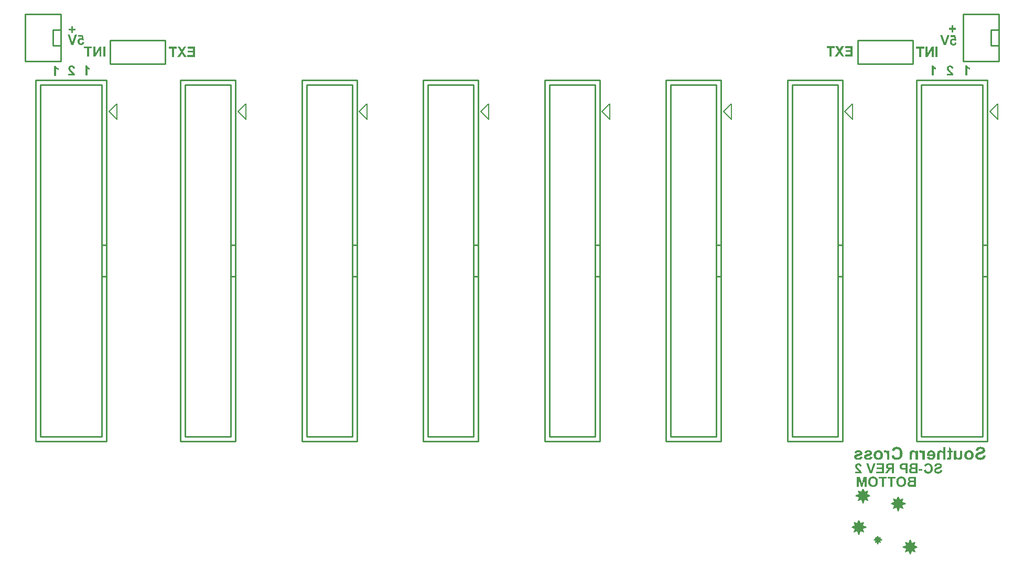
<source format=gbo>
G04 Layer_Color=128*
%FSLAX25Y25*%
%MOIN*%
G70*
G01*
G75*
%ADD26C,0.01000*%
%ADD30C,0.00500*%
%ADD31C,0.00800*%
%ADD32R,0.02000X0.01000*%
%ADD33R,0.01000X0.01000*%
%ADD34R,0.01000X0.01500*%
%ADD35R,0.05000X0.05000*%
G36*
X204586Y428232D02*
X206797Y424902D01*
X205243D01*
X203818Y427066D01*
X202403Y424902D01*
X200849D01*
X203050Y428232D01*
X201043Y431303D01*
X202551D01*
X203818Y429388D01*
X205086Y431303D01*
X206593D01*
X204586Y428232D01*
D02*
G37*
G36*
X146580Y430417D02*
X144684D01*
Y425098D01*
X143389D01*
Y430417D01*
X141502D01*
Y431499D01*
X146580D01*
Y430417D01*
D02*
G37*
G36*
X155118Y425098D02*
X153823D01*
Y431499D01*
X155118D01*
Y425098D01*
D02*
G37*
G36*
X212106Y424902D02*
X207241D01*
Y425984D01*
X210811D01*
Y427723D01*
X207601D01*
Y428805D01*
X210811D01*
Y430220D01*
X207361D01*
Y431303D01*
X212106D01*
Y424902D01*
D02*
G37*
G36*
X134860Y432579D02*
X133463D01*
X131187Y438980D01*
X132565D01*
X134129Y434244D01*
X135757Y438980D01*
X137153D01*
X134860Y432579D01*
D02*
G37*
G36*
X141584Y435557D02*
X140594Y435419D01*
X140511Y435502D01*
X140428Y435576D01*
X140345Y435640D01*
X140261Y435696D01*
X140104Y435779D01*
X139956Y435835D01*
X139827Y435862D01*
X139734Y435881D01*
X139697Y435890D01*
X139642D01*
X139494Y435881D01*
X139355Y435844D01*
X139235Y435798D01*
X139133Y435742D01*
X139059Y435677D01*
X138994Y435631D01*
X138957Y435594D01*
X138948Y435585D01*
X138856Y435465D01*
X138791Y435326D01*
X138744Y435178D01*
X138717Y435030D01*
X138689Y434901D01*
X138680Y434799D01*
Y434753D01*
Y434725D01*
Y434706D01*
Y434697D01*
X138689Y434475D01*
X138717Y434281D01*
X138763Y434124D01*
X138809Y433994D01*
X138865Y433883D01*
X138902Y433809D01*
X138939Y433772D01*
X138948Y433753D01*
X139050Y433652D01*
X139161Y433568D01*
X139272Y433513D01*
X139374Y433476D01*
X139466Y433458D01*
X139540Y433448D01*
X139586Y433439D01*
X139605D01*
X139725Y433448D01*
X139845Y433476D01*
X139947Y433513D01*
X140030Y433559D01*
X140104Y433605D01*
X140160Y433642D01*
X140197Y433670D01*
X140206Y433679D01*
X140289Y433781D01*
X140363Y433883D01*
X140419Y433994D01*
X140456Y434096D01*
X140483Y434188D01*
X140502Y434271D01*
X140511Y434318D01*
Y434336D01*
X141732Y434207D01*
X141704Y434059D01*
X141677Y433920D01*
X141584Y433670D01*
X141482Y433448D01*
X141427Y433356D01*
X141362Y433263D01*
X141307Y433189D01*
X141261Y433124D01*
X141205Y433069D01*
X141168Y433013D01*
X141131Y432976D01*
X141103Y432949D01*
X141085Y432939D01*
X141076Y432930D01*
X140964Y432847D01*
X140854Y432773D01*
X140733Y432708D01*
X140613Y432662D01*
X140363Y432570D01*
X140141Y432514D01*
X140030Y432495D01*
X139938Y432486D01*
X139845Y432477D01*
X139771Y432468D01*
X139707Y432458D01*
X139623D01*
X139420Y432468D01*
X139225Y432495D01*
X139050Y432533D01*
X138883Y432588D01*
X138726Y432653D01*
X138587Y432727D01*
X138458Y432801D01*
X138338Y432884D01*
X138236Y432958D01*
X138143Y433032D01*
X138060Y433106D01*
X137995Y433171D01*
X137949Y433226D01*
X137912Y433263D01*
X137893Y433291D01*
X137884Y433300D01*
X137801Y433421D01*
X137727Y433541D01*
X137671Y433661D01*
X137616Y433790D01*
X137533Y434031D01*
X137477Y434253D01*
X137459Y434345D01*
X137450Y434438D01*
X137431Y434521D01*
Y434595D01*
X137422Y434651D01*
Y434688D01*
Y434716D01*
Y434725D01*
X137431Y434901D01*
X137450Y435067D01*
X137477Y435224D01*
X137514Y435372D01*
X137551Y435502D01*
X137607Y435631D01*
X137653Y435751D01*
X137708Y435853D01*
X137764Y435946D01*
X137810Y436029D01*
X137866Y436103D01*
X137903Y436159D01*
X137940Y436205D01*
X137968Y436242D01*
X137986Y436260D01*
X137995Y436270D01*
X138106Y436371D01*
X138217Y436464D01*
X138338Y436547D01*
X138458Y436621D01*
X138569Y436677D01*
X138689Y436723D01*
X138902Y436797D01*
X139004Y436825D01*
X139096Y436843D01*
X139179Y436852D01*
X139244Y436862D01*
X139299Y436871D01*
X139383D01*
X139540Y436862D01*
X139697Y436834D01*
X139836Y436806D01*
X139965Y436769D01*
X140067Y436723D01*
X140150Y436695D01*
X140206Y436667D01*
X140215Y436658D01*
X140225D01*
X140030Y437749D01*
X137708D01*
Y438897D01*
X140955D01*
X141584Y435557D01*
D02*
G37*
G36*
X200627Y430220D02*
X198731D01*
Y424902D01*
X197436D01*
Y430220D01*
X195549D01*
Y431303D01*
X200627D01*
Y430220D01*
D02*
G37*
G36*
X152584Y425098D02*
X151390D01*
Y429316D01*
X148791Y425098D01*
X147496D01*
Y431499D01*
X148689D01*
Y427189D01*
X151335Y431499D01*
X152584D01*
Y425098D01*
D02*
G37*
G36*
X696210Y435262D02*
X695221Y435123D01*
X695137Y435207D01*
X695054Y435281D01*
X694971Y435345D01*
X694887Y435401D01*
X694730Y435484D01*
X694582Y435539D01*
X694453Y435567D01*
X694360Y435586D01*
X694323Y435595D01*
X694268D01*
X694120Y435586D01*
X693981Y435549D01*
X693861Y435502D01*
X693759Y435447D01*
X693685Y435382D01*
X693620Y435336D01*
X693583Y435299D01*
X693574Y435290D01*
X693481Y435170D01*
X693417Y435031D01*
X693370Y434883D01*
X693343Y434735D01*
X693315Y434605D01*
X693306Y434504D01*
Y434457D01*
Y434430D01*
Y434411D01*
Y434402D01*
X693315Y434180D01*
X693343Y433986D01*
X693389Y433828D01*
X693435Y433699D01*
X693491Y433588D01*
X693528Y433514D01*
X693565Y433477D01*
X693574Y433458D01*
X693676Y433357D01*
X693787Y433273D01*
X693898Y433218D01*
X693999Y433181D01*
X694092Y433162D01*
X694166Y433153D01*
X694212Y433144D01*
X694231D01*
X694351Y433153D01*
X694471Y433181D01*
X694573Y433218D01*
X694656Y433264D01*
X694730Y433310D01*
X694786Y433347D01*
X694823Y433375D01*
X694832Y433384D01*
X694915Y433486D01*
X694989Y433588D01*
X695045Y433699D01*
X695082Y433801D01*
X695110Y433893D01*
X695128Y433976D01*
X695137Y434023D01*
Y434041D01*
X696358Y433912D01*
X696330Y433764D01*
X696303Y433625D01*
X696210Y433375D01*
X696108Y433153D01*
X696053Y433061D01*
X695988Y432968D01*
X695933Y432894D01*
X695887Y432829D01*
X695831Y432774D01*
X695794Y432718D01*
X695757Y432681D01*
X695729Y432654D01*
X695711Y432644D01*
X695702Y432635D01*
X695590Y432552D01*
X695479Y432478D01*
X695359Y432413D01*
X695239Y432367D01*
X694989Y432274D01*
X694767Y432219D01*
X694656Y432200D01*
X694564Y432191D01*
X694471Y432182D01*
X694397Y432172D01*
X694333Y432163D01*
X694249D01*
X694046Y432172D01*
X693852Y432200D01*
X693676Y432237D01*
X693509Y432293D01*
X693352Y432358D01*
X693213Y432432D01*
X693084Y432506D01*
X692964Y432589D01*
X692862Y432663D01*
X692769Y432737D01*
X692686Y432811D01*
X692621Y432875D01*
X692575Y432931D01*
X692538Y432968D01*
X692520Y432996D01*
X692510Y433005D01*
X692427Y433125D01*
X692353Y433246D01*
X692298Y433366D01*
X692242Y433495D01*
X692159Y433736D01*
X692103Y433958D01*
X692085Y434050D01*
X692075Y434143D01*
X692057Y434226D01*
Y434300D01*
X692048Y434355D01*
Y434392D01*
Y434420D01*
Y434430D01*
X692057Y434605D01*
X692075Y434772D01*
X692103Y434929D01*
X692140Y435077D01*
X692177Y435207D01*
X692233Y435336D01*
X692279Y435456D01*
X692335Y435558D01*
X692390Y435650D01*
X692436Y435734D01*
X692492Y435808D01*
X692529Y435863D01*
X692566Y435910D01*
X692593Y435947D01*
X692612Y435965D01*
X692621Y435974D01*
X692732Y436076D01*
X692843Y436168D01*
X692964Y436252D01*
X693084Y436326D01*
X693195Y436381D01*
X693315Y436427D01*
X693528Y436502D01*
X693630Y436529D01*
X693722Y436548D01*
X693805Y436557D01*
X693870Y436566D01*
X693926Y436576D01*
X694009D01*
X694166Y436566D01*
X694323Y436539D01*
X694462Y436511D01*
X694592Y436474D01*
X694693Y436427D01*
X694776Y436400D01*
X694832Y436372D01*
X694841Y436363D01*
X694850D01*
X694656Y437454D01*
X692335D01*
Y438601D01*
X695581D01*
X696210Y435262D01*
D02*
G37*
G36*
X618737Y430516D02*
X616841D01*
Y425197D01*
X615546D01*
Y430516D01*
X613659D01*
Y431598D01*
X618737D01*
Y430516D01*
D02*
G37*
G36*
X630217Y425197D02*
X625351D01*
Y426279D01*
X628922D01*
Y428018D01*
X625712D01*
Y429100D01*
X628922D01*
Y430516D01*
X625471D01*
Y431598D01*
X630217D01*
Y425197D01*
D02*
G37*
G36*
X689486Y432283D02*
X688089D01*
X685813Y438685D01*
X687191D01*
X688755Y433949D01*
X690383Y438685D01*
X691780D01*
X689486Y432283D01*
D02*
G37*
G36*
X123673Y419021D02*
X123793Y418826D01*
X123923Y418641D01*
X124052Y418493D01*
X124163Y418373D01*
X124265Y418281D01*
X124302Y418244D01*
X124330Y418216D01*
X124348Y418207D01*
X124358Y418197D01*
X124561Y418049D01*
X124755Y417920D01*
X124931Y417818D01*
X125088Y417744D01*
X125218Y417689D01*
X125310Y417642D01*
X125347Y417633D01*
X125375Y417624D01*
X125384Y417615D01*
X125394D01*
Y416504D01*
X125061Y416634D01*
X124765Y416773D01*
X124626Y416847D01*
X124496Y416930D01*
X124376Y417004D01*
X124265Y417078D01*
X124163Y417152D01*
X124071Y417217D01*
X123997Y417272D01*
X123932Y417328D01*
X123877Y417374D01*
X123840Y417402D01*
X123821Y417420D01*
X123812Y417429D01*
Y412795D01*
X122582D01*
Y419233D01*
X123581D01*
X123673Y419021D01*
D02*
G37*
G36*
X133816Y419421D02*
X133964Y419412D01*
X134251Y419365D01*
X134492Y419291D01*
X134602Y419254D01*
X134704Y419208D01*
X134797Y419171D01*
X134871Y419125D01*
X134945Y419088D01*
X135000Y419060D01*
X135047Y419023D01*
X135074Y419005D01*
X135093Y418995D01*
X135102Y418986D01*
X135204Y418894D01*
X135296Y418801D01*
X135379Y418690D01*
X135453Y418570D01*
X135564Y418329D01*
X135657Y418098D01*
X135685Y417978D01*
X135712Y417876D01*
X135740Y417784D01*
X135749Y417700D01*
X135768Y417626D01*
Y417580D01*
X135777Y417543D01*
Y417534D01*
X134556Y417414D01*
X134538Y417599D01*
X134501Y417756D01*
X134464Y417895D01*
X134417Y417996D01*
X134380Y418080D01*
X134344Y418135D01*
X134316Y418172D01*
X134306Y418181D01*
X134214Y418255D01*
X134112Y418311D01*
X134010Y418357D01*
X133909Y418385D01*
X133826Y418403D01*
X133751Y418413D01*
X133687D01*
X133548Y418403D01*
X133428Y418376D01*
X133326Y418339D01*
X133233Y418302D01*
X133169Y418265D01*
X133113Y418228D01*
X133085Y418200D01*
X133076Y418191D01*
X133002Y418098D01*
X132947Y417996D01*
X132910Y417895D01*
X132882Y417793D01*
X132863Y417700D01*
X132854Y417617D01*
Y417571D01*
Y417562D01*
Y417552D01*
X132863Y417414D01*
X132891Y417284D01*
X132937Y417155D01*
X132984Y417044D01*
X133030Y416942D01*
X133076Y416868D01*
X133104Y416822D01*
X133113Y416803D01*
X133150Y416748D01*
X133206Y416683D01*
X133280Y416600D01*
X133354Y416526D01*
X133520Y416350D01*
X133687Y416174D01*
X133853Y416008D01*
X133927Y415934D01*
X134001Y415878D01*
X134057Y415823D01*
X134094Y415786D01*
X134122Y415758D01*
X134131Y415749D01*
X134316Y415573D01*
X134482Y415406D01*
X134640Y415249D01*
X134778Y415110D01*
X134908Y414972D01*
X135019Y414842D01*
X135120Y414731D01*
X135204Y414620D01*
X135278Y414528D01*
X135343Y414444D01*
X135398Y414380D01*
X135435Y414315D01*
X135472Y414278D01*
X135491Y414241D01*
X135509Y414222D01*
Y414213D01*
X135629Y414000D01*
X135722Y413778D01*
X135796Y413575D01*
X135851Y413390D01*
X135888Y413223D01*
X135898Y413159D01*
X135907Y413103D01*
X135916Y413057D01*
X135925Y413020D01*
Y413001D01*
Y412992D01*
X131624D01*
Y414130D01*
X134066D01*
X133992Y414250D01*
X133909Y414352D01*
X133872Y414398D01*
X133844Y414435D01*
X133826Y414454D01*
X133816Y414463D01*
X133779Y414500D01*
X133742Y414546D01*
X133631Y414648D01*
X133511Y414768D01*
X133391Y414888D01*
X133271Y414999D01*
X133169Y415092D01*
X133132Y415129D01*
X133104Y415157D01*
X133085Y415166D01*
X133076Y415175D01*
X132873Y415369D01*
X132706Y415527D01*
X132568Y415675D01*
X132456Y415786D01*
X132373Y415878D01*
X132318Y415943D01*
X132281Y415989D01*
X132272Y415998D01*
X132151Y416156D01*
X132050Y416304D01*
X131966Y416442D01*
X131901Y416563D01*
X131846Y416664D01*
X131809Y416748D01*
X131790Y416794D01*
X131781Y416812D01*
X131726Y416960D01*
X131689Y417108D01*
X131661Y417247D01*
X131642Y417377D01*
X131633Y417478D01*
X131624Y417562D01*
Y417617D01*
Y417636D01*
X131633Y417774D01*
X131652Y417913D01*
X131670Y418043D01*
X131707Y418163D01*
X131800Y418376D01*
X131892Y418561D01*
X131948Y418644D01*
X131994Y418709D01*
X132040Y418773D01*
X132086Y418820D01*
X132123Y418857D01*
X132142Y418894D01*
X132160Y418903D01*
X132170Y418912D01*
X132272Y419005D01*
X132392Y419088D01*
X132503Y419153D01*
X132632Y419208D01*
X132873Y419301D01*
X133113Y419365D01*
X133224Y419384D01*
X133326Y419402D01*
X133419Y419412D01*
X133502Y419421D01*
X133566Y419430D01*
X133659D01*
X133816Y419421D01*
D02*
G37*
G36*
X143555Y419217D02*
X143675Y419023D01*
X143805Y418838D01*
X143934Y418690D01*
X144045Y418570D01*
X144147Y418477D01*
X144184Y418440D01*
X144212Y418413D01*
X144230Y418403D01*
X144240Y418394D01*
X144443Y418246D01*
X144637Y418117D01*
X144813Y418015D01*
X144970Y417941D01*
X145100Y417885D01*
X145192Y417839D01*
X145229Y417830D01*
X145257Y417821D01*
X145266Y417811D01*
X145276D01*
Y416701D01*
X144943Y416831D01*
X144647Y416970D01*
X144508Y417044D01*
X144378Y417127D01*
X144258Y417201D01*
X144147Y417275D01*
X144045Y417349D01*
X143953Y417414D01*
X143879Y417469D01*
X143814Y417525D01*
X143759Y417571D01*
X143722Y417599D01*
X143703Y417617D01*
X143694Y417626D01*
Y412992D01*
X142464D01*
Y419430D01*
X143463D01*
X143555Y419217D01*
D02*
G37*
G36*
X640618Y174364D02*
X640816Y174340D01*
X641003Y174305D01*
X641166Y174270D01*
X641317Y174224D01*
X641457Y174177D01*
X641586Y174131D01*
X641691Y174072D01*
X641784Y174026D01*
X641865Y173979D01*
X641924Y173944D01*
X641982Y173909D01*
X642017Y173886D01*
X642029Y173874D01*
X642040Y173862D01*
X642145Y173769D01*
X642239Y173664D01*
X642320Y173559D01*
X642379Y173443D01*
X642495Y173233D01*
X642565Y173035D01*
X642600Y172860D01*
X642612Y172778D01*
X642623Y172720D01*
X642635Y172661D01*
Y172626D01*
Y172603D01*
Y172591D01*
X642623Y172440D01*
X642600Y172300D01*
X642577Y172160D01*
X642530Y172032D01*
X642414Y171810D01*
X642285Y171624D01*
X642169Y171472D01*
X642052Y171367D01*
X642005Y171320D01*
X641982Y171297D01*
X641959Y171285D01*
X641947Y171274D01*
X641842Y171216D01*
X641702Y171146D01*
X641539Y171076D01*
X641364Y171017D01*
X641178Y170947D01*
X640979Y170889D01*
X640571Y170773D01*
X640373Y170714D01*
X640186Y170668D01*
X640023Y170621D01*
X639872Y170586D01*
X639743Y170563D01*
X639650Y170539D01*
X639592Y170516D01*
X639568D01*
X639429Y170481D01*
X639324Y170446D01*
X639230Y170411D01*
X639160Y170388D01*
X639114Y170353D01*
X639079Y170341D01*
X639055Y170318D01*
X638985Y170224D01*
X638950Y170131D01*
X638939Y170061D01*
Y170038D01*
Y170026D01*
X638950Y169933D01*
X638974Y169851D01*
X639009Y169781D01*
X639044Y169723D01*
X639079Y169676D01*
X639114Y169641D01*
X639137Y169618D01*
X639149Y169606D01*
X639277Y169536D01*
X639417Y169490D01*
X639568Y169443D01*
X639708Y169420D01*
X639837Y169408D01*
X639953Y169397D01*
X640047D01*
X640245Y169408D01*
X640408Y169432D01*
X640559Y169467D01*
X640676Y169513D01*
X640769Y169548D01*
X640839Y169583D01*
X640886Y169606D01*
X640898Y169618D01*
X641003Y169711D01*
X641084Y169828D01*
X641154Y169933D01*
X641213Y170050D01*
X641248Y170155D01*
X641271Y170236D01*
X641294Y170283D01*
Y170306D01*
X642845Y170073D01*
X642740Y169781D01*
X642612Y169513D01*
X642472Y169292D01*
X642320Y169105D01*
X642180Y168954D01*
X642052Y168849D01*
X642017Y168802D01*
X641982Y168779D01*
X641959Y168767D01*
X641947Y168755D01*
X641807Y168674D01*
X641667Y168592D01*
X641352Y168475D01*
X641038Y168394D01*
X640734Y168335D01*
X640594Y168312D01*
X640466Y168301D01*
X640350Y168289D01*
X640245D01*
X640163Y168277D01*
X640047D01*
X639813Y168289D01*
X639592Y168301D01*
X639382Y168335D01*
X639184Y168370D01*
X639009Y168405D01*
X638845Y168464D01*
X638694Y168510D01*
X638566Y168569D01*
X638449Y168615D01*
X638344Y168674D01*
X638263Y168720D01*
X638193Y168755D01*
X638134Y168802D01*
X638099Y168825D01*
X638076Y168837D01*
X638064Y168849D01*
X637948Y168965D01*
X637843Y169082D01*
X637749Y169198D01*
X637668Y169315D01*
X637610Y169432D01*
X637551Y169548D01*
X637470Y169758D01*
X637423Y169956D01*
X637411Y170038D01*
X637400Y170096D01*
X637388Y170155D01*
Y170201D01*
Y170224D01*
Y170236D01*
X637411Y170493D01*
X637470Y170726D01*
X637540Y170924D01*
X637633Y171087D01*
X637726Y171216D01*
X637796Y171309D01*
X637854Y171355D01*
X637878Y171379D01*
X637983Y171449D01*
X638088Y171530D01*
X638216Y171589D01*
X638356Y171659D01*
X638636Y171775D01*
X638927Y171880D01*
X639184Y171962D01*
X639300Y171985D01*
X639405Y172020D01*
X639487Y172043D01*
X639545Y172055D01*
X639592Y172067D01*
X639603D01*
X639825Y172125D01*
X640023Y172172D01*
X640198Y172218D01*
X640350Y172265D01*
X640490Y172300D01*
X640606Y172335D01*
X640699Y172370D01*
X640793Y172393D01*
X640863Y172428D01*
X640921Y172451D01*
X640968Y172463D01*
X640991Y172486D01*
X641038Y172498D01*
X641049Y172510D01*
X641096Y172556D01*
X641131Y172603D01*
X641178Y172696D01*
X641201Y172766D01*
Y172778D01*
Y172790D01*
X641189Y172860D01*
X641178Y172918D01*
X641108Y173023D01*
X641049Y173081D01*
X641038Y173105D01*
X641026D01*
X640909Y173163D01*
X640781Y173209D01*
X640641Y173233D01*
X640490Y173256D01*
X640361Y173268D01*
X640256Y173279D01*
X640151D01*
X639977Y173268D01*
X639825Y173256D01*
X639697Y173221D01*
X639592Y173186D01*
X639510Y173151D01*
X639452Y173128D01*
X639417Y173105D01*
X639405Y173093D01*
X639312Y173023D01*
X639242Y172941D01*
X639172Y172860D01*
X639125Y172766D01*
X639090Y172696D01*
X639067Y172638D01*
X639044Y172591D01*
Y172580D01*
X637586Y172848D01*
X637679Y173116D01*
X637808Y173349D01*
X637936Y173548D01*
X638076Y173699D01*
X638193Y173827D01*
X638298Y173921D01*
X638368Y173967D01*
X638379Y173991D01*
X638391D01*
X638507Y174061D01*
X638636Y174119D01*
X638915Y174224D01*
X639207Y174294D01*
X639499Y174340D01*
X639638Y174352D01*
X639767Y174364D01*
X639883Y174375D01*
X639977Y174387D01*
X640408D01*
X640618Y174364D01*
D02*
G37*
G36*
X646856Y174375D02*
X647147Y174329D01*
X647416Y174270D01*
X647649Y174200D01*
X647742Y174154D01*
X647835Y174119D01*
X647917Y174096D01*
X647975Y174061D01*
X648034Y174037D01*
X648069Y174014D01*
X648092Y174002D01*
X648104D01*
X648348Y173839D01*
X648558Y173664D01*
X648745Y173478D01*
X648896Y173303D01*
X649013Y173140D01*
X649106Y173011D01*
X649141Y172965D01*
X649153Y172930D01*
X649176Y172906D01*
Y172895D01*
X649304Y172626D01*
X649386Y172358D01*
X649456Y172113D01*
X649503Y171892D01*
X649526Y171694D01*
X649538Y171612D01*
Y171542D01*
X649549Y171495D01*
Y171449D01*
Y171425D01*
Y171414D01*
X649538Y171052D01*
X649491Y170714D01*
X649433Y170423D01*
X649398Y170294D01*
X649363Y170178D01*
X649328Y170073D01*
X649293Y169980D01*
X649258Y169898D01*
X649235Y169828D01*
X649211Y169770D01*
X649188Y169735D01*
X649176Y169711D01*
Y169700D01*
X649013Y169455D01*
X648838Y169245D01*
X648652Y169059D01*
X648477Y168907D01*
X648313Y168790D01*
X648185Y168709D01*
X648139Y168674D01*
X648104Y168650D01*
X648080Y168639D01*
X648069D01*
X647789Y168522D01*
X647521Y168429D01*
X647264Y168370D01*
X647019Y168324D01*
X646821Y168301D01*
X646739Y168289D01*
X646669D01*
X646611Y168277D01*
X646529D01*
X646285Y168289D01*
X646063Y168312D01*
X645842Y168359D01*
X645643Y168417D01*
X645445Y168475D01*
X645270Y168545D01*
X645107Y168627D01*
X644955Y168709D01*
X644827Y168790D01*
X644710Y168872D01*
X644606Y168942D01*
X644524Y169000D01*
X644454Y169059D01*
X644407Y169105D01*
X644384Y169128D01*
X644372Y169140D01*
X644221Y169315D01*
X644093Y169490D01*
X643976Y169665D01*
X643871Y169851D01*
X643789Y170038D01*
X643719Y170224D01*
X643661Y170399D01*
X643614Y170574D01*
X643579Y170726D01*
X643556Y170877D01*
X643533Y171006D01*
X643521Y171122D01*
X643509Y171216D01*
Y171285D01*
Y171332D01*
Y171344D01*
X643521Y171589D01*
X643544Y171822D01*
X643591Y172032D01*
X643638Y172242D01*
X643708Y172428D01*
X643778Y172615D01*
X643859Y172778D01*
X643929Y172930D01*
X644011Y173058D01*
X644093Y173186D01*
X644163Y173279D01*
X644232Y173373D01*
X644279Y173431D01*
X644326Y173489D01*
X644349Y173513D01*
X644361Y173524D01*
X644524Y173676D01*
X644699Y173804D01*
X644874Y173921D01*
X645060Y174026D01*
X645247Y174107D01*
X645422Y174177D01*
X645597Y174235D01*
X645772Y174282D01*
X645923Y174317D01*
X646075Y174340D01*
X646203Y174364D01*
X646320Y174375D01*
X646413Y174387D01*
X646541D01*
X646856Y174375D01*
D02*
G37*
G36*
X704491D02*
X704783Y174329D01*
X705051Y174270D01*
X705284Y174200D01*
X705377Y174154D01*
X705471Y174119D01*
X705552Y174096D01*
X705611Y174061D01*
X705669Y174037D01*
X705704Y174014D01*
X705727Y174002D01*
X705739D01*
X705984Y173839D01*
X706194Y173664D01*
X706380Y173478D01*
X706532Y173303D01*
X706648Y173140D01*
X706742Y173011D01*
X706777Y172965D01*
X706788Y172930D01*
X706812Y172906D01*
Y172895D01*
X706940Y172626D01*
X707022Y172358D01*
X707092Y172113D01*
X707138Y171892D01*
X707162Y171694D01*
X707173Y171612D01*
Y171542D01*
X707185Y171495D01*
Y171449D01*
Y171425D01*
Y171414D01*
X707173Y171052D01*
X707127Y170714D01*
X707068Y170423D01*
X707033Y170294D01*
X706998Y170178D01*
X706963Y170073D01*
X706928Y169980D01*
X706893Y169898D01*
X706870Y169828D01*
X706847Y169770D01*
X706823Y169735D01*
X706812Y169711D01*
Y169700D01*
X706648Y169455D01*
X706473Y169245D01*
X706287Y169059D01*
X706112Y168907D01*
X705949Y168790D01*
X705821Y168709D01*
X705774Y168674D01*
X705739Y168650D01*
X705716Y168639D01*
X705704D01*
X705424Y168522D01*
X705156Y168429D01*
X704899Y168370D01*
X704655Y168324D01*
X704456Y168301D01*
X704375Y168289D01*
X704305D01*
X704247Y168277D01*
X704165D01*
X703920Y168289D01*
X703698Y168312D01*
X703477Y168359D01*
X703279Y168417D01*
X703081Y168475D01*
X702906Y168545D01*
X702742Y168627D01*
X702591Y168709D01*
X702462Y168790D01*
X702346Y168872D01*
X702241Y168942D01*
X702159Y169000D01*
X702089Y169059D01*
X702043Y169105D01*
X702019Y169128D01*
X702008Y169140D01*
X701856Y169315D01*
X701728Y169490D01*
X701611Y169665D01*
X701506Y169851D01*
X701425Y170038D01*
X701355Y170224D01*
X701297Y170399D01*
X701250Y170574D01*
X701215Y170726D01*
X701192Y170877D01*
X701168Y171006D01*
X701157Y171122D01*
X701145Y171216D01*
Y171285D01*
Y171332D01*
Y171344D01*
X701157Y171589D01*
X701180Y171822D01*
X701227Y172032D01*
X701273Y172242D01*
X701343Y172428D01*
X701413Y172615D01*
X701495Y172778D01*
X701565Y172930D01*
X701646Y173058D01*
X701728Y173186D01*
X701798Y173279D01*
X701868Y173373D01*
X701915Y173431D01*
X701961Y173489D01*
X701984Y173513D01*
X701996Y173524D01*
X702159Y173676D01*
X702334Y173804D01*
X702509Y173921D01*
X702696Y174026D01*
X702882Y174107D01*
X703057Y174177D01*
X703232Y174235D01*
X703407Y174282D01*
X703558Y174317D01*
X703710Y174340D01*
X703838Y174364D01*
X703955Y174375D01*
X704048Y174387D01*
X704177D01*
X704491Y174375D01*
D02*
G37*
G36*
X634345Y174364D02*
X634543Y174340D01*
X634729Y174305D01*
X634893Y174270D01*
X635044Y174224D01*
X635184Y174177D01*
X635313Y174131D01*
X635418Y174072D01*
X635511Y174026D01*
X635592Y173979D01*
X635651Y173944D01*
X635709Y173909D01*
X635744Y173886D01*
X635756Y173874D01*
X635767Y173862D01*
X635872Y173769D01*
X635965Y173664D01*
X636047Y173559D01*
X636105Y173443D01*
X636222Y173233D01*
X636292Y173035D01*
X636327Y172860D01*
X636339Y172778D01*
X636350Y172720D01*
X636362Y172661D01*
Y172626D01*
Y172603D01*
Y172591D01*
X636350Y172440D01*
X636327Y172300D01*
X636304Y172160D01*
X636257Y172032D01*
X636140Y171810D01*
X636012Y171624D01*
X635895Y171472D01*
X635779Y171367D01*
X635732Y171320D01*
X635709Y171297D01*
X635686Y171285D01*
X635674Y171274D01*
X635569Y171216D01*
X635429Y171146D01*
X635266Y171076D01*
X635091Y171017D01*
X634904Y170947D01*
X634706Y170889D01*
X634298Y170773D01*
X634100Y170714D01*
X633913Y170668D01*
X633750Y170621D01*
X633599Y170586D01*
X633470Y170563D01*
X633377Y170539D01*
X633319Y170516D01*
X633295D01*
X633155Y170481D01*
X633050Y170446D01*
X632957Y170411D01*
X632887Y170388D01*
X632841Y170353D01*
X632806Y170341D01*
X632782Y170318D01*
X632712Y170224D01*
X632677Y170131D01*
X632666Y170061D01*
Y170038D01*
Y170026D01*
X632677Y169933D01*
X632701Y169851D01*
X632736Y169781D01*
X632771Y169723D01*
X632806Y169676D01*
X632841Y169641D01*
X632864Y169618D01*
X632876Y169606D01*
X633004Y169536D01*
X633144Y169490D01*
X633295Y169443D01*
X633435Y169420D01*
X633564Y169408D01*
X633680Y169397D01*
X633773D01*
X633972Y169408D01*
X634135Y169432D01*
X634286Y169467D01*
X634403Y169513D01*
X634496Y169548D01*
X634566Y169583D01*
X634613Y169606D01*
X634625Y169618D01*
X634729Y169711D01*
X634811Y169828D01*
X634881Y169933D01*
X634939Y170050D01*
X634974Y170155D01*
X634998Y170236D01*
X635021Y170283D01*
Y170306D01*
X636572Y170073D01*
X636467Y169781D01*
X636339Y169513D01*
X636199Y169292D01*
X636047Y169105D01*
X635907Y168954D01*
X635779Y168849D01*
X635744Y168802D01*
X635709Y168779D01*
X635686Y168767D01*
X635674Y168755D01*
X635534Y168674D01*
X635394Y168592D01*
X635079Y168475D01*
X634764Y168394D01*
X634461Y168335D01*
X634321Y168312D01*
X634193Y168301D01*
X634077Y168289D01*
X633972D01*
X633890Y168277D01*
X633773D01*
X633540Y168289D01*
X633319Y168301D01*
X633109Y168335D01*
X632911Y168370D01*
X632736Y168405D01*
X632572Y168464D01*
X632421Y168510D01*
X632293Y168569D01*
X632176Y168615D01*
X632071Y168674D01*
X631989Y168720D01*
X631919Y168755D01*
X631861Y168802D01*
X631826Y168825D01*
X631803Y168837D01*
X631791Y168849D01*
X631675Y168965D01*
X631570Y169082D01*
X631476Y169198D01*
X631395Y169315D01*
X631336Y169432D01*
X631278Y169548D01*
X631197Y169758D01*
X631150Y169956D01*
X631138Y170038D01*
X631127Y170096D01*
X631115Y170155D01*
Y170201D01*
Y170224D01*
Y170236D01*
X631138Y170493D01*
X631197Y170726D01*
X631266Y170924D01*
X631360Y171087D01*
X631453Y171216D01*
X631523Y171309D01*
X631581Y171355D01*
X631605Y171379D01*
X631710Y171449D01*
X631814Y171530D01*
X631943Y171589D01*
X632083Y171659D01*
X632363Y171775D01*
X632654Y171880D01*
X632911Y171962D01*
X633027Y171985D01*
X633132Y172020D01*
X633214Y172043D01*
X633272Y172055D01*
X633319Y172067D01*
X633330D01*
X633552Y172125D01*
X633750Y172172D01*
X633925Y172218D01*
X634077Y172265D01*
X634216Y172300D01*
X634333Y172335D01*
X634426Y172370D01*
X634520Y172393D01*
X634590Y172428D01*
X634648Y172451D01*
X634695Y172463D01*
X634718Y172486D01*
X634764Y172498D01*
X634776Y172510D01*
X634823Y172556D01*
X634858Y172603D01*
X634904Y172696D01*
X634928Y172766D01*
Y172778D01*
Y172790D01*
X634916Y172860D01*
X634904Y172918D01*
X634834Y173023D01*
X634776Y173081D01*
X634764Y173105D01*
X634753D01*
X634636Y173163D01*
X634508Y173209D01*
X634368Y173233D01*
X634216Y173256D01*
X634088Y173268D01*
X633983Y173279D01*
X633878D01*
X633704Y173268D01*
X633552Y173256D01*
X633424Y173221D01*
X633319Y173186D01*
X633237Y173151D01*
X633179Y173128D01*
X633144Y173105D01*
X633132Y173093D01*
X633039Y173023D01*
X632969Y172941D01*
X632899Y172860D01*
X632852Y172766D01*
X632817Y172696D01*
X632794Y172638D01*
X632771Y172591D01*
Y172580D01*
X631313Y172848D01*
X631406Y173116D01*
X631535Y173349D01*
X631663Y173548D01*
X631803Y173699D01*
X631919Y173827D01*
X632024Y173921D01*
X632094Y173967D01*
X632106Y173991D01*
X632118D01*
X632234Y174061D01*
X632363Y174119D01*
X632642Y174224D01*
X632934Y174294D01*
X633225Y174340D01*
X633365Y174352D01*
X633494Y174364D01*
X633610Y174375D01*
X633704Y174387D01*
X634135D01*
X634345Y174364D01*
D02*
G37*
G36*
X134645Y442802D02*
X136319D01*
Y441656D01*
X134645D01*
Y440000D01*
X133525D01*
Y441656D01*
X131842D01*
Y442802D01*
X133525D01*
Y444458D01*
X134645D01*
Y442802D01*
D02*
G37*
G36*
X694192Y443295D02*
X695866D01*
Y442148D01*
X694192D01*
Y440492D01*
X693073D01*
Y442148D01*
X691389D01*
Y443295D01*
X693073D01*
Y444950D01*
X694192D01*
Y443295D01*
D02*
G37*
G36*
X711860Y176614D02*
X712164Y176579D01*
X712432Y176532D01*
X712665Y176486D01*
X712770Y176451D01*
X712863Y176428D01*
X712933Y176404D01*
X713003Y176381D01*
X713050Y176358D01*
X713085Y176346D01*
X713108Y176334D01*
X713120D01*
X713353Y176218D01*
X713551Y176090D01*
X713726Y175950D01*
X713866Y175821D01*
X713983Y175705D01*
X714052Y175611D01*
X714111Y175541D01*
X714122Y175530D01*
Y175518D01*
X714239Y175320D01*
X714321Y175110D01*
X714379Y174912D01*
X714414Y174737D01*
X714437Y174585D01*
X714461Y174469D01*
Y174422D01*
Y174387D01*
Y174375D01*
Y174364D01*
X714449Y174189D01*
X714426Y174014D01*
X714391Y173862D01*
X714344Y173711D01*
X714227Y173431D01*
X714087Y173186D01*
X714029Y173081D01*
X713959Y173000D01*
X713901Y172918D01*
X713843Y172848D01*
X713796Y172801D01*
X713761Y172766D01*
X713738Y172743D01*
X713726Y172731D01*
X713621Y172650D01*
X713493Y172568D01*
X713365Y172486D01*
X713213Y172417D01*
X712921Y172277D01*
X712618Y172160D01*
X712467Y172113D01*
X712338Y172067D01*
X712210Y172032D01*
X712105Y171997D01*
X712024Y171974D01*
X711954Y171950D01*
X711907Y171939D01*
X711895D01*
X711709Y171892D01*
X711546Y171845D01*
X711394Y171810D01*
X711254Y171775D01*
X711137Y171740D01*
X711033Y171717D01*
X710939Y171682D01*
X710858Y171659D01*
X710788Y171647D01*
X710729Y171624D01*
X710648Y171600D01*
X710601Y171577D01*
X710590D01*
X710438Y171519D01*
X710321Y171460D01*
X710216Y171402D01*
X710135Y171344D01*
X710077Y171297D01*
X710042Y171262D01*
X710018Y171239D01*
X710007Y171227D01*
X709948Y171146D01*
X709902Y171064D01*
X709878Y170982D01*
X709855Y170912D01*
X709843Y170843D01*
X709832Y170784D01*
Y170749D01*
Y170738D01*
X709843Y170574D01*
X709890Y170434D01*
X709960Y170294D01*
X710030Y170178D01*
X710111Y170085D01*
X710170Y170015D01*
X710216Y169968D01*
X710240Y169956D01*
X710403Y169851D01*
X710590Y169770D01*
X710788Y169711D01*
X710974Y169676D01*
X711149Y169653D01*
X711289Y169630D01*
X711417D01*
X711686Y169641D01*
X711919Y169688D01*
X712117Y169746D01*
X712292Y169816D01*
X712432Y169886D01*
X712525Y169945D01*
X712583Y169991D01*
X712607Y170003D01*
X712758Y170166D01*
X712875Y170341D01*
X712980Y170539D01*
X713050Y170738D01*
X713108Y170912D01*
X713155Y171052D01*
X713166Y171099D01*
Y171146D01*
X713178Y171169D01*
Y171181D01*
X714764Y171029D01*
X714729Y170784D01*
X714682Y170551D01*
X714612Y170329D01*
X714554Y170131D01*
X714472Y169945D01*
X714391Y169770D01*
X714309Y169618D01*
X714227Y169478D01*
X714146Y169362D01*
X714064Y169257D01*
X713994Y169163D01*
X713924Y169082D01*
X713878Y169024D01*
X713831Y168989D01*
X713808Y168965D01*
X713796Y168954D01*
X713633Y168825D01*
X713458Y168720D01*
X713271Y168627D01*
X713073Y168545D01*
X712886Y168487D01*
X712688Y168429D01*
X712303Y168347D01*
X712129Y168312D01*
X711965Y168289D01*
X711826Y168277D01*
X711697Y168266D01*
X711592Y168254D01*
X711441D01*
X711068Y168266D01*
X710729Y168301D01*
X710426Y168347D01*
X710298Y168370D01*
X710170Y168405D01*
X710065Y168429D01*
X709972Y168452D01*
X709890Y168475D01*
X709820Y168499D01*
X709762Y168522D01*
X709727Y168534D01*
X709703Y168545D01*
X709692D01*
X709435Y168674D01*
X709225Y168814D01*
X709027Y168954D01*
X708876Y169105D01*
X708759Y169233D01*
X708666Y169350D01*
X708619Y169420D01*
X708596Y169432D01*
Y169443D01*
X708467Y169676D01*
X708362Y169898D01*
X708292Y170120D01*
X708246Y170329D01*
X708222Y170493D01*
X708211Y170574D01*
X708199Y170633D01*
Y170679D01*
Y170714D01*
Y170738D01*
Y170749D01*
X708211Y171029D01*
X708246Y171274D01*
X708304Y171495D01*
X708362Y171682D01*
X708421Y171834D01*
X708479Y171939D01*
X708514Y172008D01*
X708526Y172032D01*
X708654Y172218D01*
X708806Y172382D01*
X708957Y172521D01*
X709097Y172638D01*
X709225Y172731D01*
X709330Y172801D01*
X709400Y172848D01*
X709412Y172860D01*
X709423D01*
X709540Y172918D01*
X709657Y172976D01*
X709937Y173081D01*
X710228Y173175D01*
X710508Y173268D01*
X710636Y173303D01*
X710764Y173338D01*
X710881Y173373D01*
X710974Y173396D01*
X711056Y173419D01*
X711114Y173431D01*
X711161Y173443D01*
X711172D01*
X711382Y173501D01*
X711569Y173548D01*
X711744Y173594D01*
X711907Y173641D01*
X712035Y173688D01*
X712164Y173734D01*
X712268Y173781D01*
X712362Y173816D01*
X712443Y173851D01*
X712502Y173886D01*
X712560Y173909D01*
X712595Y173932D01*
X712653Y173967D01*
X712665Y173979D01*
X712747Y174061D01*
X712805Y174142D01*
X712840Y174224D01*
X712863Y174305D01*
X712886Y174364D01*
X712898Y174422D01*
Y174457D01*
Y174469D01*
X712886Y174585D01*
X712863Y174679D01*
X712817Y174772D01*
X712770Y174842D01*
X712723Y174900D01*
X712677Y174935D01*
X712653Y174958D01*
X712642Y174970D01*
X712478Y175075D01*
X712303Y175145D01*
X712117Y175203D01*
X711942Y175238D01*
X711791Y175262D01*
X711662Y175273D01*
X711546D01*
X711301Y175262D01*
X711091Y175227D01*
X710916Y175180D01*
X710776Y175133D01*
X710660Y175087D01*
X710578Y175040D01*
X710531Y175005D01*
X710520Y174993D01*
X710403Y174877D01*
X710298Y174737D01*
X710216Y174597D01*
X710158Y174445D01*
X710111Y174317D01*
X710088Y174212D01*
X710065Y174131D01*
Y174119D01*
Y174107D01*
X708432Y174166D01*
X708444Y174375D01*
X708479Y174562D01*
X708526Y174749D01*
X708584Y174912D01*
X708642Y175075D01*
X708712Y175227D01*
X708782Y175355D01*
X708852Y175483D01*
X708934Y175588D01*
X709004Y175681D01*
X709074Y175763D01*
X709132Y175833D01*
X709179Y175880D01*
X709214Y175915D01*
X709237Y175938D01*
X709249Y175950D01*
X709400Y176066D01*
X709563Y176171D01*
X709738Y176264D01*
X709925Y176346D01*
X710111Y176404D01*
X710298Y176463D01*
X710671Y176544D01*
X710846Y176567D01*
X710998Y176591D01*
X711149Y176602D01*
X711277Y176614D01*
X711382Y176626D01*
X711522D01*
X711860Y176614D01*
D02*
G37*
G36*
X651030Y174375D02*
X651147Y174364D01*
X651263Y174329D01*
X651357Y174294D01*
X651438Y174259D01*
X651508Y174235D01*
X651543Y174212D01*
X651555Y174200D01*
X651672Y174119D01*
X651777Y174002D01*
X651893Y173874D01*
X651986Y173746D01*
X652080Y173617D01*
X652150Y173513D01*
X652196Y173443D01*
X652208Y173431D01*
Y174259D01*
X653642D01*
Y168405D01*
X652091D01*
Y170201D01*
Y170469D01*
Y170714D01*
X652080Y170936D01*
X652068Y171134D01*
Y171320D01*
X652056Y171472D01*
X652045Y171624D01*
X652033Y171740D01*
X652021Y171845D01*
X652010Y171939D01*
X651998Y172008D01*
Y172067D01*
X651986Y172102D01*
X651975Y172137D01*
Y172160D01*
X651928Y172323D01*
X651870Y172463D01*
X651811Y172580D01*
X651753Y172661D01*
X651707Y172731D01*
X651660Y172778D01*
X651637Y172801D01*
X651625Y172813D01*
X651532Y172871D01*
X651438Y172918D01*
X651345Y172953D01*
X651263Y172976D01*
X651194Y172988D01*
X651124Y173000D01*
X651077D01*
X650949Y172988D01*
X650820Y172965D01*
X650704Y172918D01*
X650587Y172871D01*
X650494Y172825D01*
X650424Y172778D01*
X650366Y172755D01*
X650354Y172743D01*
X649864Y174084D01*
X650051Y174189D01*
X650226Y174259D01*
X650401Y174317D01*
X650564Y174352D01*
X650692Y174375D01*
X650797Y174387D01*
X650890D01*
X651030Y174375D01*
D02*
G37*
G36*
X692971Y175425D02*
Y174259D01*
X693682D01*
Y173023D01*
X692971D01*
Y170469D01*
Y170318D01*
Y170189D01*
Y170061D01*
X692960Y169956D01*
Y169770D01*
X692948Y169618D01*
X692936Y169501D01*
Y169432D01*
X692925Y169385D01*
Y169373D01*
X692901Y169245D01*
X692866Y169128D01*
X692831Y169024D01*
X692796Y168942D01*
X692761Y168872D01*
X692738Y168825D01*
X692726Y168790D01*
X692715Y168779D01*
X692645Y168697D01*
X692563Y168627D01*
X692400Y168510D01*
X692330Y168475D01*
X692272Y168440D01*
X692225Y168429D01*
X692213Y168417D01*
X692085Y168370D01*
X691957Y168335D01*
X691829Y168312D01*
X691712Y168301D01*
X691607Y168289D01*
X691525Y168277D01*
X691455D01*
X691211Y168289D01*
X690977Y168312D01*
X690767Y168347D01*
X690593Y168394D01*
X690441Y168429D01*
X690324Y168464D01*
X690254Y168487D01*
X690243Y168499D01*
X690231D01*
X690371Y169700D01*
X690511Y169653D01*
X690639Y169618D01*
X690744Y169595D01*
X690837Y169583D01*
X690907Y169571D01*
X690954Y169560D01*
X691001D01*
X691106Y169571D01*
X691187Y169595D01*
X691234Y169618D01*
X691257Y169630D01*
X691327Y169700D01*
X691362Y169758D01*
X691386Y169805D01*
X691397Y169828D01*
Y169851D01*
X691409Y169898D01*
Y170003D01*
Y170143D01*
X691421Y170283D01*
Y170423D01*
Y170539D01*
Y170586D01*
Y170621D01*
Y170644D01*
Y170656D01*
Y173023D01*
X690359D01*
Y174259D01*
X691421D01*
Y176334D01*
X692971Y175425D01*
D02*
G37*
G36*
X658528Y176614D02*
X658831Y176579D01*
X659099Y176521D01*
X659367Y176451D01*
X659600Y176369D01*
X659833Y176276D01*
X660032Y176171D01*
X660218Y176066D01*
X660393Y175961D01*
X660533Y175856D01*
X660661Y175763D01*
X660766Y175681D01*
X660848Y175611D01*
X660906Y175553D01*
X660941Y175518D01*
X660953Y175506D01*
X661139Y175285D01*
X661291Y175052D01*
X661431Y174807D01*
X661548Y174550D01*
X661653Y174282D01*
X661734Y174026D01*
X661804Y173769D01*
X661862Y173524D01*
X661909Y173279D01*
X661932Y173070D01*
X661956Y172871D01*
X661979Y172708D01*
Y172568D01*
X661991Y172463D01*
Y172393D01*
Y172382D01*
Y172370D01*
X661979Y172020D01*
X661944Y171694D01*
X661897Y171379D01*
X661827Y171099D01*
X661757Y170831D01*
X661664Y170574D01*
X661571Y170353D01*
X661478Y170155D01*
X661384Y169968D01*
X661291Y169805D01*
X661198Y169676D01*
X661128Y169560D01*
X661058Y169478D01*
X661011Y169408D01*
X660976Y169373D01*
X660964Y169362D01*
X660766Y169163D01*
X660556Y169000D01*
X660335Y168849D01*
X660113Y168732D01*
X659892Y168627D01*
X659670Y168534D01*
X659460Y168464D01*
X659262Y168405D01*
X659064Y168359D01*
X658889Y168324D01*
X658726Y168301D01*
X658598Y168289D01*
X658481Y168277D01*
X658399Y168266D01*
X658329D01*
X658084Y168277D01*
X657863Y168289D01*
X657641Y168324D01*
X657443Y168370D01*
X657257Y168417D01*
X657082Y168464D01*
X656918Y168522D01*
X656767Y168592D01*
X656639Y168650D01*
X656522Y168709D01*
X656417Y168755D01*
X656335Y168802D01*
X656266Y168849D01*
X656219Y168884D01*
X656196Y168895D01*
X656184Y168907D01*
X656032Y169035D01*
X655892Y169175D01*
X655636Y169490D01*
X655426Y169816D01*
X655263Y170131D01*
X655193Y170283D01*
X655134Y170423D01*
X655088Y170551D01*
X655041Y170656D01*
X655006Y170749D01*
X654983Y170819D01*
X654971Y170866D01*
Y170877D01*
X656557Y171367D01*
X656650Y171052D01*
X656755Y170784D01*
X656860Y170563D01*
X656977Y170376D01*
X657070Y170236D01*
X657152Y170143D01*
X657210Y170085D01*
X657233Y170061D01*
X657420Y169921D01*
X657607Y169828D01*
X657793Y169758D01*
X657956Y169700D01*
X658108Y169676D01*
X658236Y169665D01*
X658283Y169653D01*
X658341D01*
X658504Y169665D01*
X658656Y169676D01*
X658936Y169758D01*
X659181Y169851D01*
X659379Y169980D01*
X659542Y170096D01*
X659659Y170189D01*
X659705Y170236D01*
X659740Y170271D01*
X659752Y170283D01*
X659764Y170294D01*
X659857Y170423D01*
X659938Y170574D01*
X660020Y170738D01*
X660078Y170912D01*
X660172Y171274D01*
X660242Y171635D01*
X660265Y171810D01*
X660277Y171962D01*
X660300Y172113D01*
Y172242D01*
X660312Y172335D01*
Y172417D01*
Y172475D01*
Y172486D01*
X660300Y172755D01*
X660288Y173000D01*
X660265Y173221D01*
X660230Y173431D01*
X660183Y173617D01*
X660137Y173792D01*
X660090Y173944D01*
X660032Y174084D01*
X659985Y174200D01*
X659938Y174305D01*
X659892Y174387D01*
X659845Y174457D01*
X659810Y174515D01*
X659787Y174550D01*
X659764Y174574D01*
Y174585D01*
X659659Y174702D01*
X659542Y174807D01*
X659425Y174889D01*
X659297Y174958D01*
X659052Y175075D01*
X658819Y175157D01*
X658621Y175203D01*
X658528Y175215D01*
X658458Y175227D01*
X658388Y175238D01*
X658306D01*
X658073Y175227D01*
X657863Y175180D01*
X657676Y175122D01*
X657513Y175052D01*
X657385Y174982D01*
X657292Y174924D01*
X657233Y174877D01*
X657210Y174865D01*
X657058Y174725D01*
X656918Y174562D01*
X656814Y174399D01*
X656732Y174235D01*
X656674Y174096D01*
X656639Y173991D01*
X656615Y173944D01*
Y173909D01*
X656604Y173897D01*
Y173886D01*
X654995Y174270D01*
X655111Y174609D01*
X655239Y174900D01*
X655379Y175157D01*
X655508Y175366D01*
X655636Y175530D01*
X655683Y175600D01*
X655729Y175658D01*
X655764Y175693D01*
X655799Y175728D01*
X655811Y175751D01*
X655823D01*
X655997Y175903D01*
X656196Y176043D01*
X656382Y176159D01*
X656580Y176253D01*
X656790Y176346D01*
X656988Y176416D01*
X657187Y176474D01*
X657373Y176521D01*
X657548Y176556D01*
X657711Y176579D01*
X657851Y176602D01*
X657980Y176614D01*
X658084Y176626D01*
X658224D01*
X658528Y176614D01*
D02*
G37*
G36*
X689310Y168405D02*
X687759D01*
Y171332D01*
X687748Y171589D01*
X687736Y171810D01*
X687713Y172008D01*
X687689Y172160D01*
X687666Y172288D01*
X687643Y172370D01*
X687619Y172428D01*
Y172440D01*
X687561Y172568D01*
X687491Y172685D01*
X687421Y172778D01*
X687339Y172860D01*
X687281Y172918D01*
X687223Y172965D01*
X687188Y172988D01*
X687176Y173000D01*
X687060Y173070D01*
X686943Y173116D01*
X686826Y173151D01*
X686722Y173175D01*
X686628Y173186D01*
X686558Y173198D01*
X686488D01*
X686372Y173186D01*
X686255Y173175D01*
X686162Y173151D01*
X686080Y173128D01*
X686022Y173093D01*
X685964Y173070D01*
X685940Y173058D01*
X685929Y173046D01*
X685847Y172988D01*
X685789Y172918D01*
X685684Y172790D01*
X685660Y172731D01*
X685637Y172696D01*
X685614Y172661D01*
Y172650D01*
X685602Y172591D01*
X685579Y172533D01*
X685556Y172370D01*
X685544Y172172D01*
X685532Y171974D01*
X685521Y171787D01*
Y171705D01*
Y171635D01*
Y171565D01*
Y171519D01*
Y171495D01*
Y171484D01*
Y168405D01*
X683970D01*
Y171834D01*
Y172113D01*
X683981Y172347D01*
X683993Y172545D01*
X684005Y172708D01*
X684028Y172825D01*
X684040Y172918D01*
X684051Y172976D01*
Y172988D01*
X684086Y173128D01*
X684133Y173256D01*
X684180Y173373D01*
X684238Y173478D01*
X684284Y173559D01*
X684319Y173617D01*
X684343Y173664D01*
X684354Y173676D01*
X684448Y173781D01*
X684553Y173886D01*
X684658Y173967D01*
X684763Y174037D01*
X684856Y174096D01*
X684937Y174142D01*
X684984Y174166D01*
X685007Y174177D01*
X685171Y174247D01*
X685346Y174294D01*
X685497Y174340D01*
X685649Y174364D01*
X685777Y174375D01*
X685882Y174387D01*
X685975D01*
X686162Y174375D01*
X686348Y174352D01*
X686523Y174305D01*
X686687Y174247D01*
X686990Y174107D01*
X687130Y174026D01*
X687258Y173944D01*
X687363Y173851D01*
X687468Y173769D01*
X687549Y173699D01*
X687631Y173629D01*
X687678Y173571D01*
X687724Y173524D01*
X687748Y173501D01*
X687759Y173489D01*
Y176474D01*
X689310D01*
Y168405D01*
D02*
G37*
G36*
X699967Y170551D02*
X699956Y170259D01*
X699932Y170003D01*
X699897Y169781D01*
X699862Y169595D01*
X699827Y169443D01*
X699792Y169338D01*
X699769Y169280D01*
X699757Y169257D01*
X699664Y169094D01*
X699559Y168942D01*
X699454Y168825D01*
X699338Y168720D01*
X699244Y168639D01*
X699151Y168580D01*
X699104Y168545D01*
X699081Y168534D01*
X698906Y168452D01*
X698720Y168382D01*
X698545Y168335D01*
X698370Y168312D01*
X698230Y168289D01*
X698125Y168277D01*
X698020D01*
X697810Y168289D01*
X697612Y168312D01*
X697425Y168359D01*
X697262Y168405D01*
X697122Y168452D01*
X697017Y168499D01*
X696947Y168522D01*
X696924Y168534D01*
X696737Y168639D01*
X696574Y168767D01*
X696423Y168884D01*
X696306Y169012D01*
X696201Y169117D01*
X696131Y169198D01*
X696084Y169257D01*
X696073Y169280D01*
Y168405D01*
X694639D01*
Y174259D01*
X696189D01*
Y171787D01*
Y171565D01*
Y171367D01*
X696201Y171181D01*
X696213Y171017D01*
Y170866D01*
X696224Y170738D01*
X696236Y170633D01*
X696248Y170528D01*
X696259Y170446D01*
X696271Y170388D01*
X696283Y170329D01*
Y170283D01*
X696306Y170224D01*
Y170213D01*
X696353Y170096D01*
X696423Y169991D01*
X696493Y169910D01*
X696562Y169828D01*
X696632Y169758D01*
X696691Y169711D01*
X696726Y169688D01*
X696737Y169676D01*
X696854Y169606D01*
X696982Y169560D01*
X697099Y169513D01*
X697216Y169490D01*
X697309Y169478D01*
X697379Y169467D01*
X697449D01*
X697577Y169478D01*
X697682Y169490D01*
X697787Y169513D01*
X697868Y169548D01*
X697938Y169571D01*
X697985Y169595D01*
X698020Y169606D01*
X698032Y169618D01*
X698113Y169688D01*
X698172Y169758D01*
X698230Y169828D01*
X698265Y169898D01*
X698300Y169968D01*
X698323Y170015D01*
X698335Y170050D01*
Y170061D01*
X698347Y170120D01*
X698358Y170201D01*
X698370Y170306D01*
X698382Y170411D01*
X698393Y170656D01*
X698405Y170924D01*
X698417Y171169D01*
Y171274D01*
Y171367D01*
Y171449D01*
Y171507D01*
Y171554D01*
Y171565D01*
Y174259D01*
X699967D01*
Y170551D01*
D02*
G37*
G36*
X668613Y174375D02*
X668823Y174340D01*
X669010Y174294D01*
X669197Y174235D01*
X669371Y174154D01*
X669523Y174072D01*
X669675Y173979D01*
X669803Y173897D01*
X669919Y173804D01*
X670024Y173711D01*
X670118Y173629D01*
X670188Y173548D01*
X670246Y173489D01*
X670293Y173443D01*
X670316Y173408D01*
X670328Y173396D01*
Y174259D01*
X671762D01*
Y168405D01*
X670211D01*
Y171041D01*
Y171216D01*
Y171379D01*
X670199Y171530D01*
X670188Y171659D01*
Y171787D01*
X670176Y171892D01*
X670164Y171997D01*
X670153Y172078D01*
X670129Y172218D01*
X670118Y172312D01*
X670094Y172370D01*
Y172382D01*
X670048Y172510D01*
X669978Y172638D01*
X669908Y172731D01*
X669838Y172825D01*
X669768Y172883D01*
X669709Y172941D01*
X669675Y172965D01*
X669663Y172976D01*
X669535Y173046D01*
X669406Y173105D01*
X669290Y173140D01*
X669173Y173175D01*
X669080Y173186D01*
X669010Y173198D01*
X668940D01*
X668823Y173186D01*
X668718Y173175D01*
X668637Y173151D01*
X668555Y173116D01*
X668485Y173081D01*
X668439Y173058D01*
X668415Y173046D01*
X668404Y173035D01*
X668322Y172976D01*
X668264Y172906D01*
X668159Y172766D01*
X668124Y172696D01*
X668101Y172650D01*
X668077Y172615D01*
Y172603D01*
X668054Y172545D01*
X668042Y172475D01*
X668019Y172300D01*
X667996Y172090D01*
X667984Y171892D01*
X667972Y171694D01*
Y171612D01*
Y171530D01*
Y171472D01*
Y171425D01*
Y171390D01*
Y171379D01*
Y168405D01*
X666421D01*
Y172032D01*
Y172277D01*
X666433Y172475D01*
X666445Y172661D01*
X666468Y172801D01*
X666480Y172918D01*
X666503Y173000D01*
X666515Y173058D01*
Y173070D01*
X666550Y173209D01*
X666596Y173326D01*
X666643Y173443D01*
X666701Y173536D01*
X666748Y173617D01*
X666783Y173676D01*
X666806Y173711D01*
X666818Y173723D01*
X666911Y173827D01*
X667016Y173921D01*
X667121Y174002D01*
X667226Y174072D01*
X667319Y174131D01*
X667401Y174166D01*
X667448Y174189D01*
X667471Y174200D01*
X667634Y174259D01*
X667797Y174305D01*
X667949Y174340D01*
X668089Y174364D01*
X668217Y174375D01*
X668322Y174387D01*
X668404D01*
X668613Y174375D01*
D02*
G37*
G36*
X673581D02*
X673697Y174364D01*
X673814Y174329D01*
X673907Y174294D01*
X673989Y174259D01*
X674059Y174235D01*
X674094Y174212D01*
X674105Y174200D01*
X674222Y174119D01*
X674327Y174002D01*
X674443Y173874D01*
X674537Y173746D01*
X674630Y173617D01*
X674700Y173513D01*
X674747Y173443D01*
X674758Y173431D01*
Y174259D01*
X676193D01*
Y168405D01*
X674642D01*
Y170201D01*
Y170469D01*
Y170714D01*
X674630Y170936D01*
X674618Y171134D01*
Y171320D01*
X674607Y171472D01*
X674595Y171624D01*
X674583Y171740D01*
X674572Y171845D01*
X674560Y171939D01*
X674548Y172008D01*
Y172067D01*
X674537Y172102D01*
X674525Y172137D01*
Y172160D01*
X674478Y172323D01*
X674420Y172463D01*
X674362Y172580D01*
X674304Y172661D01*
X674257Y172731D01*
X674210Y172778D01*
X674187Y172801D01*
X674175Y172813D01*
X674082Y172871D01*
X673989Y172918D01*
X673896Y172953D01*
X673814Y172976D01*
X673744Y172988D01*
X673674Y173000D01*
X673627D01*
X673499Y172988D01*
X673371Y172965D01*
X673254Y172918D01*
X673138Y172871D01*
X673044Y172825D01*
X672974Y172778D01*
X672916Y172755D01*
X672904Y172743D01*
X672415Y174084D01*
X672601Y174189D01*
X672776Y174259D01*
X672951Y174317D01*
X673114Y174352D01*
X673243Y174375D01*
X673348Y174387D01*
X673441D01*
X673581Y174375D01*
D02*
G37*
G36*
X680390D02*
X680588Y174352D01*
X680787Y174305D01*
X680961Y174259D01*
X681136Y174200D01*
X681288Y174131D01*
X681439Y174049D01*
X681568Y173979D01*
X681684Y173897D01*
X681789Y173816D01*
X681883Y173746D01*
X681952Y173688D01*
X682011Y173641D01*
X682058Y173594D01*
X682081Y173571D01*
X682093Y173559D01*
X682221Y173396D01*
X682337Y173221D01*
X682442Y173046D01*
X682536Y172860D01*
X682606Y172661D01*
X682664Y172475D01*
X682757Y172113D01*
X682792Y171939D01*
X682815Y171787D01*
X682827Y171647D01*
X682839Y171530D01*
X682850Y171425D01*
Y171344D01*
Y171297D01*
Y171285D01*
X682839Y171064D01*
X682827Y170843D01*
X682792Y170644D01*
X682757Y170458D01*
X682722Y170271D01*
X682664Y170108D01*
X682617Y169956D01*
X682559Y169816D01*
X682512Y169688D01*
X682454Y169583D01*
X682407Y169490D01*
X682372Y169408D01*
X682326Y169350D01*
X682302Y169303D01*
X682291Y169280D01*
X682279Y169268D01*
X682127Y169094D01*
X681976Y168942D01*
X681801Y168814D01*
X681614Y168697D01*
X681428Y168604D01*
X681241Y168522D01*
X681055Y168452D01*
X680868Y168405D01*
X680705Y168359D01*
X680542Y168335D01*
X680390Y168312D01*
X680262Y168289D01*
X680157D01*
X680087Y168277D01*
X680017D01*
X679679Y168301D01*
X679364Y168347D01*
X679096Y168417D01*
X678863Y168499D01*
X678758Y168545D01*
X678676Y168580D01*
X678594Y168615D01*
X678536Y168650D01*
X678489Y168685D01*
X678443Y168697D01*
X678431Y168720D01*
X678420D01*
X678198Y168907D01*
X678000Y169105D01*
X677837Y169327D01*
X677708Y169536D01*
X677603Y169723D01*
X677568Y169805D01*
X677533Y169875D01*
X677510Y169933D01*
X677487Y169980D01*
X677475Y170003D01*
Y170015D01*
X679014Y170271D01*
X679073Y170120D01*
X679131Y169980D01*
X679189Y169875D01*
X679259Y169781D01*
X679306Y169711D01*
X679352Y169665D01*
X679387Y169641D01*
X679399Y169630D01*
X679492Y169560D01*
X679597Y169513D01*
X679702Y169478D01*
X679795Y169455D01*
X679877Y169443D01*
X679947Y169432D01*
X680005D01*
X680192Y169443D01*
X680367Y169490D01*
X680530Y169548D01*
X680658Y169618D01*
X680763Y169688D01*
X680833Y169746D01*
X680892Y169793D01*
X680903Y169805D01*
X681020Y169956D01*
X681101Y170131D01*
X681171Y170318D01*
X681218Y170481D01*
X681241Y170644D01*
X681253Y170761D01*
X681265Y170808D01*
Y170843D01*
Y170866D01*
Y170877D01*
X677393D01*
Y171204D01*
X677417Y171495D01*
X677452Y171775D01*
X677498Y172032D01*
X677557Y172277D01*
X677615Y172486D01*
X677685Y172685D01*
X677755Y172860D01*
X677825Y173011D01*
X677895Y173151D01*
X677953Y173256D01*
X678012Y173349D01*
X678058Y173419D01*
X678093Y173478D01*
X678116Y173501D01*
X678128Y173513D01*
X678268Y173664D01*
X678431Y173804D01*
X678594Y173921D01*
X678758Y174014D01*
X678933Y174107D01*
X679108Y174177D01*
X679271Y174235D01*
X679434Y174282D01*
X679586Y174317D01*
X679726Y174340D01*
X679854Y174364D01*
X679959Y174375D01*
X680052Y174387D01*
X680180D01*
X680390Y174375D01*
D02*
G37*
G36*
X674597Y161357D02*
X672183D01*
Y162587D01*
X674597D01*
Y161357D01*
D02*
G37*
G36*
X639090Y151181D02*
X637897D01*
Y156213D01*
X636639Y151181D01*
X635391D01*
X634132Y156213D01*
X634123Y151181D01*
X632930D01*
Y157582D01*
X634872D01*
X636010Y153207D01*
X637157Y157582D01*
X639090D01*
Y151181D01*
D02*
G37*
G36*
X642490Y159646D02*
X641093D01*
X638818Y166047D01*
X640196D01*
X641759Y161311D01*
X643388Y166047D01*
X644784D01*
X642490Y159646D01*
D02*
G37*
G36*
X671461D02*
X668686D01*
X668529Y159655D01*
X668252D01*
X668141Y159664D01*
X667965D01*
X667900Y159673D01*
X667807D01*
X667770Y159683D01*
X667733D01*
X667549Y159710D01*
X667382Y159757D01*
X667234Y159803D01*
X667104Y159858D01*
X667003Y159905D01*
X666929Y159951D01*
X666883Y159979D01*
X666864Y159988D01*
X666735Y160090D01*
X666633Y160201D01*
X666531Y160302D01*
X666457Y160413D01*
X666392Y160506D01*
X666346Y160580D01*
X666318Y160626D01*
X666309Y160645D01*
X666244Y160802D01*
X666189Y160950D01*
X666152Y161098D01*
X666133Y161227D01*
X666115Y161338D01*
X666106Y161422D01*
Y161477D01*
Y161486D01*
Y161496D01*
X666115Y161699D01*
X666152Y161884D01*
X666207Y162041D01*
X666263Y162189D01*
X666318Y162300D01*
X666374Y162384D01*
X666411Y162439D01*
X666420Y162458D01*
X666549Y162606D01*
X666688Y162726D01*
X666846Y162828D01*
X666984Y162902D01*
X667114Y162966D01*
X667225Y163013D01*
X667262Y163022D01*
X667289Y163031D01*
X667308Y163040D01*
X667317D01*
X667169Y163124D01*
X667040Y163207D01*
X666929Y163309D01*
X666836Y163392D01*
X666772Y163475D01*
X666716Y163540D01*
X666679Y163586D01*
X666670Y163605D01*
X666586Y163753D01*
X666522Y163891D01*
X666485Y164030D01*
X666448Y164160D01*
X666429Y164271D01*
X666420Y164354D01*
Y164409D01*
Y164419D01*
Y164428D01*
X666429Y164576D01*
X666448Y164724D01*
X666485Y164844D01*
X666522Y164955D01*
X666559Y165048D01*
X666596Y165122D01*
X666614Y165159D01*
X666623Y165177D01*
X666698Y165297D01*
X666781Y165399D01*
X666864Y165492D01*
X666938Y165575D01*
X667012Y165630D01*
X667067Y165677D01*
X667104Y165704D01*
X667114Y165714D01*
X667225Y165788D01*
X667345Y165843D01*
X667456Y165889D01*
X667558Y165926D01*
X667650Y165954D01*
X667715Y165973D01*
X667761Y165982D01*
X667780D01*
X667937Y166000D01*
X668113Y166019D01*
X668298Y166028D01*
X668483Y166037D01*
X668649Y166047D01*
X671461D01*
Y159646D01*
D02*
G37*
G36*
X678380Y166158D02*
X678621Y166130D01*
X678833Y166084D01*
X679046Y166028D01*
X679231Y165963D01*
X679416Y165889D01*
X679573Y165806D01*
X679721Y165723D01*
X679860Y165640D01*
X679971Y165556D01*
X680073Y165482D01*
X680156Y165418D01*
X680221Y165362D01*
X680267Y165316D01*
X680295Y165288D01*
X680304Y165279D01*
X680452Y165103D01*
X680573Y164918D01*
X680684Y164724D01*
X680776Y164520D01*
X680859Y164308D01*
X680924Y164104D01*
X680979Y163901D01*
X681026Y163706D01*
X681063Y163512D01*
X681081Y163346D01*
X681100Y163188D01*
X681118Y163059D01*
Y162948D01*
X681128Y162865D01*
Y162809D01*
Y162800D01*
Y162791D01*
X681118Y162513D01*
X681090Y162254D01*
X681053Y162004D01*
X680998Y161782D01*
X680942Y161570D01*
X680868Y161366D01*
X680794Y161190D01*
X680721Y161033D01*
X680647Y160885D01*
X680573Y160756D01*
X680499Y160654D01*
X680443Y160561D01*
X680387Y160497D01*
X680350Y160441D01*
X680323Y160413D01*
X680313Y160404D01*
X680156Y160247D01*
X679990Y160117D01*
X679814Y159997D01*
X679638Y159905D01*
X679462Y159821D01*
X679287Y159747D01*
X679120Y159692D01*
X678963Y159646D01*
X678806Y159609D01*
X678667Y159581D01*
X678538Y159562D01*
X678436Y159553D01*
X678343Y159544D01*
X678278Y159535D01*
X678223D01*
X678029Y159544D01*
X677853Y159553D01*
X677677Y159581D01*
X677520Y159618D01*
X677372Y159655D01*
X677233Y159692D01*
X677104Y159738D01*
X676983Y159794D01*
X676882Y159840D01*
X676789Y159886D01*
X676706Y159923D01*
X676641Y159960D01*
X676586Y159997D01*
X676549Y160025D01*
X676530Y160034D01*
X676521Y160043D01*
X676401Y160145D01*
X676290Y160256D01*
X676086Y160506D01*
X675920Y160765D01*
X675790Y161015D01*
X675735Y161135D01*
X675689Y161246D01*
X675652Y161348D01*
X675615Y161431D01*
X675587Y161505D01*
X675568Y161560D01*
X675559Y161597D01*
Y161607D01*
X676817Y161995D01*
X676891Y161745D01*
X676974Y161533D01*
X677058Y161357D01*
X677150Y161209D01*
X677224Y161098D01*
X677289Y161024D01*
X677335Y160978D01*
X677353Y160959D01*
X677501Y160848D01*
X677649Y160774D01*
X677798Y160719D01*
X677927Y160672D01*
X678047Y160654D01*
X678149Y160645D01*
X678186Y160635D01*
X678232D01*
X678362Y160645D01*
X678482Y160654D01*
X678704Y160719D01*
X678898Y160793D01*
X679056Y160894D01*
X679185Y160987D01*
X679278Y161061D01*
X679315Y161098D01*
X679342Y161126D01*
X679352Y161135D01*
X679361Y161144D01*
X679435Y161246D01*
X679499Y161366D01*
X679564Y161496D01*
X679610Y161634D01*
X679684Y161921D01*
X679740Y162208D01*
X679759Y162347D01*
X679768Y162467D01*
X679786Y162587D01*
Y162689D01*
X679796Y162763D01*
Y162828D01*
Y162874D01*
Y162883D01*
X679786Y163096D01*
X679777Y163290D01*
X679759Y163466D01*
X679731Y163632D01*
X679694Y163780D01*
X679657Y163919D01*
X679620Y164039D01*
X679573Y164150D01*
X679536Y164243D01*
X679499Y164326D01*
X679462Y164391D01*
X679425Y164446D01*
X679398Y164493D01*
X679379Y164520D01*
X679361Y164539D01*
Y164548D01*
X679278Y164641D01*
X679185Y164724D01*
X679093Y164789D01*
X678991Y164844D01*
X678796Y164937D01*
X678612Y165001D01*
X678454Y165038D01*
X678380Y165048D01*
X678325Y165057D01*
X678269Y165066D01*
X678204D01*
X678020Y165057D01*
X677853Y165020D01*
X677705Y164974D01*
X677575Y164918D01*
X677474Y164863D01*
X677400Y164816D01*
X677353Y164779D01*
X677335Y164770D01*
X677215Y164659D01*
X677104Y164530D01*
X677021Y164400D01*
X676956Y164271D01*
X676909Y164160D01*
X676882Y164076D01*
X676863Y164039D01*
Y164012D01*
X676854Y164002D01*
Y163993D01*
X675577Y164298D01*
X675670Y164567D01*
X675772Y164798D01*
X675883Y165001D01*
X675984Y165168D01*
X676086Y165297D01*
X676123Y165353D01*
X676160Y165399D01*
X676188Y165427D01*
X676216Y165455D01*
X676225Y165473D01*
X676234D01*
X676373Y165593D01*
X676530Y165704D01*
X676678Y165797D01*
X676835Y165871D01*
X677002Y165945D01*
X677159Y166000D01*
X677317Y166047D01*
X677464Y166084D01*
X677603Y166111D01*
X677733Y166130D01*
X677844Y166148D01*
X677946Y166158D01*
X678029Y166167D01*
X678140D01*
X678380Y166158D01*
D02*
G37*
G36*
X670374Y151181D02*
X667599D01*
X667442Y151190D01*
X667164D01*
X667053Y151200D01*
X666878D01*
X666813Y151209D01*
X666720D01*
X666683Y151218D01*
X666646D01*
X666461Y151246D01*
X666295Y151292D01*
X666147Y151338D01*
X666017Y151394D01*
X665915Y151440D01*
X665841Y151486D01*
X665795Y151514D01*
X665777Y151523D01*
X665647Y151625D01*
X665546Y151736D01*
X665444Y151838D01*
X665370Y151949D01*
X665305Y152041D01*
X665259Y152115D01*
X665231Y152162D01*
X665222Y152180D01*
X665157Y152337D01*
X665101Y152485D01*
X665064Y152633D01*
X665046Y152763D01*
X665028Y152874D01*
X665018Y152957D01*
Y153013D01*
Y153022D01*
Y153031D01*
X665028Y153235D01*
X665064Y153420D01*
X665120Y153577D01*
X665175Y153725D01*
X665231Y153836D01*
X665286Y153919D01*
X665323Y153975D01*
X665333Y153993D01*
X665462Y154141D01*
X665601Y154261D01*
X665758Y154363D01*
X665897Y154437D01*
X666026Y154502D01*
X666138Y154548D01*
X666175Y154557D01*
X666202Y154567D01*
X666221Y154576D01*
X666230D01*
X666082Y154659D01*
X665952Y154742D01*
X665841Y154844D01*
X665749Y154927D01*
X665684Y155011D01*
X665629Y155075D01*
X665592Y155122D01*
X665583Y155140D01*
X665499Y155288D01*
X665435Y155427D01*
X665398Y155566D01*
X665360Y155695D01*
X665342Y155806D01*
X665333Y155889D01*
Y155945D01*
Y155954D01*
Y155963D01*
X665342Y156111D01*
X665360Y156259D01*
X665398Y156380D01*
X665435Y156491D01*
X665472Y156583D01*
X665509Y156657D01*
X665527Y156694D01*
X665536Y156713D01*
X665610Y156833D01*
X665694Y156935D01*
X665777Y157027D01*
X665851Y157110D01*
X665925Y157166D01*
X665980Y157212D01*
X666017Y157240D01*
X666026Y157249D01*
X666138Y157323D01*
X666258Y157379D01*
X666369Y157425D01*
X666470Y157462D01*
X666563Y157490D01*
X666628Y157508D01*
X666674Y157517D01*
X666692D01*
X666850Y157536D01*
X667026Y157554D01*
X667210Y157564D01*
X667395Y157573D01*
X667562Y157582D01*
X670374D01*
Y151181D01*
D02*
G37*
G36*
X661374Y157693D02*
X661642Y157665D01*
X661873Y157619D01*
X662077Y157573D01*
X662160Y157545D01*
X662243Y157527D01*
X662308Y157508D01*
X662363Y157480D01*
X662410Y157471D01*
X662447Y157453D01*
X662465Y157443D01*
X662474D01*
X662641Y157369D01*
X662798Y157277D01*
X662937Y157175D01*
X663057Y157083D01*
X663159Y156999D01*
X663242Y156925D01*
X663288Y156879D01*
X663298Y156870D01*
X663307Y156861D01*
X663437Y156713D01*
X663557Y156555D01*
X663659Y156417D01*
X663742Y156278D01*
X663806Y156158D01*
X663862Y156065D01*
X663871Y156028D01*
X663890Y156000D01*
X663899Y155991D01*
Y155982D01*
X663991Y155723D01*
X664066Y155445D01*
X664112Y155168D01*
X664149Y154909D01*
X664158Y154789D01*
X664167Y154678D01*
X664177Y154585D01*
Y154502D01*
X664186Y154428D01*
Y154382D01*
Y154345D01*
Y154335D01*
X664177Y154058D01*
X664149Y153790D01*
X664112Y153540D01*
X664056Y153309D01*
X663991Y153096D01*
X663917Y152902D01*
X663843Y152717D01*
X663760Y152559D01*
X663686Y152411D01*
X663612Y152291D01*
X663538Y152180D01*
X663474Y152088D01*
X663418Y152023D01*
X663381Y151967D01*
X663353Y151940D01*
X663344Y151930D01*
X663177Y151773D01*
X663002Y151644D01*
X662826Y151523D01*
X662632Y151431D01*
X662447Y151348D01*
X662253Y151274D01*
X662077Y151218D01*
X661892Y151172D01*
X661725Y151135D01*
X661568Y151107D01*
X661429Y151089D01*
X661309Y151079D01*
X661216Y151070D01*
X661142Y151061D01*
X661078D01*
X660819Y151070D01*
X660578Y151098D01*
X660347Y151144D01*
X660134Y151200D01*
X659931Y151264D01*
X659746Y151338D01*
X659579Y151412D01*
X659422Y151496D01*
X659293Y151579D01*
X659172Y151653D01*
X659070Y151727D01*
X658987Y151792D01*
X658913Y151847D01*
X658867Y151893D01*
X658839Y151921D01*
X658830Y151930D01*
X658682Y152106D01*
X658553Y152291D01*
X658432Y152485D01*
X658340Y152680D01*
X658256Y152883D01*
X658182Y153087D01*
X658127Y153290D01*
X658081Y153484D01*
X658053Y153660D01*
X658025Y153836D01*
X658007Y153984D01*
X657988Y154113D01*
Y154224D01*
X657979Y154308D01*
Y154354D01*
Y154372D01*
X657988Y154659D01*
X658016Y154927D01*
X658053Y155177D01*
X658109Y155418D01*
X658173Y155630D01*
X658247Y155834D01*
X658321Y156019D01*
X658404Y156176D01*
X658488Y156324D01*
X658562Y156454D01*
X658636Y156565D01*
X658701Y156657D01*
X658747Y156722D01*
X658793Y156777D01*
X658821Y156805D01*
X658830Y156814D01*
X658996Y156972D01*
X659172Y157110D01*
X659357Y157231D01*
X659542Y157332D01*
X659736Y157416D01*
X659922Y157490D01*
X660107Y157545D01*
X660282Y157591D01*
X660449Y157628D01*
X660606Y157656D01*
X660745Y157675D01*
X660865Y157693D01*
X660957D01*
X661031Y157702D01*
X661096D01*
X661374Y157693D01*
D02*
G37*
G36*
X651948Y156500D02*
X650052D01*
Y151181D01*
X648757D01*
Y156500D01*
X646870D01*
Y157582D01*
X651948D01*
Y156500D01*
D02*
G37*
G36*
X643484Y157693D02*
X643752Y157665D01*
X643984Y157619D01*
X644187Y157573D01*
X644271Y157545D01*
X644354Y157527D01*
X644418Y157508D01*
X644474Y157480D01*
X644520Y157471D01*
X644557Y157453D01*
X644576Y157443D01*
X644585D01*
X644752Y157369D01*
X644909Y157277D01*
X645048Y157175D01*
X645168Y157083D01*
X645269Y156999D01*
X645353Y156925D01*
X645399Y156879D01*
X645408Y156870D01*
X645417Y156861D01*
X645547Y156713D01*
X645667Y156555D01*
X645769Y156417D01*
X645852Y156278D01*
X645917Y156158D01*
X645972Y156065D01*
X645982Y156028D01*
X646000Y156000D01*
X646009Y155991D01*
Y155982D01*
X646102Y155723D01*
X646176Y155445D01*
X646222Y155168D01*
X646259Y154909D01*
X646269Y154789D01*
X646278Y154678D01*
X646287Y154585D01*
Y154502D01*
X646296Y154428D01*
Y154382D01*
Y154345D01*
Y154335D01*
X646287Y154058D01*
X646259Y153790D01*
X646222Y153540D01*
X646167Y153309D01*
X646102Y153096D01*
X646028Y152902D01*
X645954Y152717D01*
X645871Y152559D01*
X645797Y152411D01*
X645723Y152291D01*
X645649Y152180D01*
X645584Y152088D01*
X645529Y152023D01*
X645492Y151967D01*
X645464Y151940D01*
X645455Y151930D01*
X645288Y151773D01*
X645112Y151644D01*
X644937Y151523D01*
X644742Y151431D01*
X644557Y151348D01*
X644363Y151274D01*
X644187Y151218D01*
X644002Y151172D01*
X643836Y151135D01*
X643679Y151107D01*
X643540Y151089D01*
X643420Y151079D01*
X643327Y151070D01*
X643253Y151061D01*
X643188D01*
X642929Y151070D01*
X642689Y151098D01*
X642457Y151144D01*
X642245Y151200D01*
X642041Y151264D01*
X641856Y151338D01*
X641690Y151412D01*
X641533Y151496D01*
X641403Y151579D01*
X641283Y151653D01*
X641181Y151727D01*
X641098Y151792D01*
X641024Y151847D01*
X640977Y151893D01*
X640950Y151921D01*
X640941Y151930D01*
X640793Y152106D01*
X640663Y152291D01*
X640543Y152485D01*
X640450Y152680D01*
X640367Y152883D01*
X640293Y153087D01*
X640238Y153290D01*
X640191Y153484D01*
X640164Y153660D01*
X640136Y153836D01*
X640117Y153984D01*
X640099Y154113D01*
Y154224D01*
X640090Y154308D01*
Y154354D01*
Y154372D01*
X640099Y154659D01*
X640127Y154927D01*
X640164Y155177D01*
X640219Y155418D01*
X640284Y155630D01*
X640358Y155834D01*
X640432Y156019D01*
X640515Y156176D01*
X640598Y156324D01*
X640672Y156454D01*
X640746Y156565D01*
X640811Y156657D01*
X640857Y156722D01*
X640904Y156777D01*
X640931Y156805D01*
X640941Y156814D01*
X641107Y156972D01*
X641283Y157110D01*
X641468Y157231D01*
X641653Y157332D01*
X641847Y157416D01*
X642032Y157490D01*
X642217Y157545D01*
X642393Y157591D01*
X642559Y157628D01*
X642717Y157656D01*
X642855Y157675D01*
X642976Y157693D01*
X643068D01*
X643142Y157702D01*
X643207D01*
X643484Y157693D01*
D02*
G37*
G36*
X657415Y156500D02*
X655518D01*
Y151181D01*
X654223D01*
Y156500D01*
X652337D01*
Y157582D01*
X657415D01*
Y156500D01*
D02*
G37*
G36*
X633999Y166074D02*
X634147Y166065D01*
X634434Y166019D01*
X634674Y165945D01*
X634785Y165908D01*
X634887Y165862D01*
X634979Y165825D01*
X635053Y165778D01*
X635127Y165741D01*
X635183Y165714D01*
X635229Y165677D01*
X635257Y165658D01*
X635275Y165649D01*
X635285Y165640D01*
X635386Y165547D01*
X635479Y165455D01*
X635562Y165344D01*
X635636Y165223D01*
X635747Y164983D01*
X635840Y164752D01*
X635867Y164631D01*
X635895Y164530D01*
X635923Y164437D01*
X635932Y164354D01*
X635951Y164280D01*
Y164234D01*
X635960Y164197D01*
Y164187D01*
X634739Y164067D01*
X634720Y164252D01*
X634683Y164409D01*
X634646Y164548D01*
X634600Y164650D01*
X634563Y164733D01*
X634526Y164789D01*
X634498Y164826D01*
X634489Y164835D01*
X634397Y164909D01*
X634295Y164964D01*
X634193Y165011D01*
X634091Y165038D01*
X634008Y165057D01*
X633934Y165066D01*
X633869D01*
X633731Y165057D01*
X633610Y165029D01*
X633508Y164992D01*
X633416Y164955D01*
X633351Y164918D01*
X633296Y164881D01*
X633268Y164853D01*
X633259Y164844D01*
X633185Y164752D01*
X633129Y164650D01*
X633092Y164548D01*
X633065Y164446D01*
X633046Y164354D01*
X633037Y164271D01*
Y164224D01*
Y164215D01*
Y164206D01*
X633046Y164067D01*
X633074Y163938D01*
X633120Y163808D01*
X633166Y163697D01*
X633213Y163595D01*
X633259Y163521D01*
X633287Y163475D01*
X633296Y163457D01*
X633333Y163401D01*
X633388Y163336D01*
X633462Y163253D01*
X633536Y163179D01*
X633703Y163003D01*
X633869Y162828D01*
X634036Y162661D01*
X634110Y162587D01*
X634184Y162532D01*
X634239Y162476D01*
X634276Y162439D01*
X634304Y162411D01*
X634313Y162402D01*
X634498Y162226D01*
X634665Y162060D01*
X634822Y161903D01*
X634961Y161764D01*
X635090Y161625D01*
X635201Y161496D01*
X635303Y161385D01*
X635386Y161274D01*
X635460Y161181D01*
X635525Y161098D01*
X635580Y161033D01*
X635617Y160968D01*
X635654Y160931D01*
X635673Y160894D01*
X635691Y160876D01*
Y160867D01*
X635812Y160654D01*
X635904Y160432D01*
X635978Y160228D01*
X636034Y160043D01*
X636071Y159877D01*
X636080Y159812D01*
X636089Y159757D01*
X636098Y159710D01*
X636108Y159673D01*
Y159655D01*
Y159646D01*
X631807D01*
Y160783D01*
X634248D01*
X634174Y160904D01*
X634091Y161005D01*
X634054Y161052D01*
X634026Y161089D01*
X634008Y161107D01*
X633999Y161116D01*
X633962Y161153D01*
X633925Y161200D01*
X633814Y161301D01*
X633694Y161422D01*
X633573Y161542D01*
X633453Y161653D01*
X633351Y161745D01*
X633314Y161782D01*
X633287Y161810D01*
X633268Y161819D01*
X633259Y161829D01*
X633055Y162023D01*
X632889Y162180D01*
X632750Y162328D01*
X632639Y162439D01*
X632556Y162532D01*
X632500Y162596D01*
X632463Y162643D01*
X632454Y162652D01*
X632334Y162809D01*
X632232Y162957D01*
X632149Y163096D01*
X632084Y163216D01*
X632028Y163318D01*
X631991Y163401D01*
X631973Y163447D01*
X631964Y163466D01*
X631908Y163614D01*
X631871Y163762D01*
X631844Y163901D01*
X631825Y164030D01*
X631816Y164132D01*
X631807Y164215D01*
Y164271D01*
Y164289D01*
X631816Y164428D01*
X631834Y164567D01*
X631853Y164696D01*
X631890Y164816D01*
X631982Y165029D01*
X632075Y165214D01*
X632130Y165297D01*
X632176Y165362D01*
X632223Y165427D01*
X632269Y165473D01*
X632306Y165510D01*
X632325Y165547D01*
X632343Y165556D01*
X632352Y165566D01*
X632454Y165658D01*
X632574Y165741D01*
X632685Y165806D01*
X632815Y165862D01*
X633055Y165954D01*
X633296Y166019D01*
X633407Y166037D01*
X633508Y166056D01*
X633601Y166065D01*
X633684Y166074D01*
X633749Y166084D01*
X633842D01*
X633999Y166074D01*
D02*
G37*
G36*
X684252Y424902D02*
X682957D01*
Y431303D01*
X684252D01*
Y424902D01*
D02*
G37*
G36*
X675714Y430220D02*
X673818D01*
Y424902D01*
X672523D01*
Y430220D01*
X670636D01*
Y431303D01*
X675714D01*
Y430220D01*
D02*
G37*
G36*
X681717Y424902D02*
X680524D01*
Y429120D01*
X677925Y424902D01*
X676630D01*
Y431303D01*
X677823D01*
Y426992D01*
X680469Y431303D01*
X681717D01*
Y424902D01*
D02*
G37*
G36*
X681547Y419316D02*
X681668Y419122D01*
X681797Y418936D01*
X681926Y418789D01*
X682037Y418668D01*
X682139Y418576D01*
X682176Y418539D01*
X682204Y418511D01*
X682223Y418502D01*
X682232Y418493D01*
X682435Y418344D01*
X682629Y418215D01*
X682805Y418113D01*
X682963Y418039D01*
X683092Y417984D01*
X683184Y417938D01*
X683221Y417928D01*
X683249Y417919D01*
X683258Y417910D01*
X683268D01*
Y416800D01*
X682935Y416929D01*
X682639Y417068D01*
X682500Y417142D01*
X682371Y417225D01*
X682250Y417299D01*
X682139Y417373D01*
X682037Y417447D01*
X681945Y417512D01*
X681871Y417568D01*
X681806Y417623D01*
X681751Y417669D01*
X681714Y417697D01*
X681695Y417716D01*
X681686Y417725D01*
Y413091D01*
X680456D01*
Y419528D01*
X681455D01*
X681547Y419316D01*
D02*
G37*
G36*
X692281Y419421D02*
X692429Y419412D01*
X692716Y419365D01*
X692956Y419291D01*
X693067Y419254D01*
X693169Y419208D01*
X693261Y419171D01*
X693335Y419125D01*
X693409Y419088D01*
X693465Y419060D01*
X693511Y419023D01*
X693539Y419005D01*
X693557Y418995D01*
X693567Y418986D01*
X693668Y418894D01*
X693761Y418801D01*
X693844Y418690D01*
X693918Y418570D01*
X694029Y418329D01*
X694122Y418098D01*
X694149Y417978D01*
X694177Y417876D01*
X694205Y417784D01*
X694214Y417700D01*
X694233Y417626D01*
Y417580D01*
X694242Y417543D01*
Y417534D01*
X693021Y417414D01*
X693002Y417599D01*
X692965Y417756D01*
X692928Y417895D01*
X692882Y417996D01*
X692845Y418080D01*
X692808Y418135D01*
X692780Y418172D01*
X692771Y418181D01*
X692678Y418255D01*
X692577Y418311D01*
X692475Y418357D01*
X692373Y418385D01*
X692290Y418403D01*
X692216Y418413D01*
X692151D01*
X692013Y418403D01*
X691892Y418376D01*
X691790Y418339D01*
X691698Y418302D01*
X691633Y418265D01*
X691578Y418228D01*
X691550Y418200D01*
X691541Y418191D01*
X691467Y418098D01*
X691411Y417996D01*
X691374Y417895D01*
X691347Y417793D01*
X691328Y417700D01*
X691319Y417617D01*
Y417571D01*
Y417562D01*
Y417552D01*
X691328Y417414D01*
X691356Y417284D01*
X691402Y417155D01*
X691448Y417044D01*
X691495Y416942D01*
X691541Y416868D01*
X691569Y416822D01*
X691578Y416803D01*
X691615Y416748D01*
X691670Y416683D01*
X691744Y416600D01*
X691818Y416526D01*
X691985Y416350D01*
X692151Y416174D01*
X692318Y416008D01*
X692392Y415934D01*
X692466Y415878D01*
X692521Y415823D01*
X692558Y415786D01*
X692586Y415758D01*
X692595Y415749D01*
X692780Y415573D01*
X692947Y415406D01*
X693104Y415249D01*
X693243Y415110D01*
X693372Y414972D01*
X693483Y414842D01*
X693585Y414731D01*
X693668Y414620D01*
X693742Y414528D01*
X693807Y414444D01*
X693862Y414380D01*
X693899Y414315D01*
X693936Y414278D01*
X693955Y414241D01*
X693973Y414222D01*
Y414213D01*
X694094Y414000D01*
X694186Y413778D01*
X694260Y413575D01*
X694316Y413390D01*
X694353Y413223D01*
X694362Y413159D01*
X694371Y413103D01*
X694381Y413057D01*
X694390Y413020D01*
Y413001D01*
Y412992D01*
X690089D01*
Y414130D01*
X692530D01*
X692456Y414250D01*
X692373Y414352D01*
X692336Y414398D01*
X692309Y414435D01*
X692290Y414454D01*
X692281Y414463D01*
X692244Y414500D01*
X692207Y414546D01*
X692096Y414648D01*
X691975Y414768D01*
X691855Y414888D01*
X691735Y414999D01*
X691633Y415092D01*
X691596Y415129D01*
X691569Y415157D01*
X691550Y415166D01*
X691541Y415175D01*
X691337Y415369D01*
X691171Y415527D01*
X691032Y415675D01*
X690921Y415786D01*
X690838Y415878D01*
X690782Y415943D01*
X690745Y415989D01*
X690736Y415998D01*
X690616Y416156D01*
X690514Y416304D01*
X690431Y416442D01*
X690366Y416563D01*
X690310Y416664D01*
X690274Y416748D01*
X690255Y416794D01*
X690246Y416812D01*
X690190Y416960D01*
X690153Y417108D01*
X690126Y417247D01*
X690107Y417377D01*
X690098Y417478D01*
X690089Y417562D01*
Y417617D01*
Y417636D01*
X690098Y417774D01*
X690116Y417913D01*
X690135Y418043D01*
X690172Y418163D01*
X690264Y418376D01*
X690357Y418561D01*
X690412Y418644D01*
X690458Y418709D01*
X690505Y418773D01*
X690551Y418820D01*
X690588Y418857D01*
X690606Y418894D01*
X690625Y418903D01*
X690634Y418912D01*
X690736Y419005D01*
X690856Y419088D01*
X690967Y419153D01*
X691097Y419208D01*
X691337Y419301D01*
X691578Y419365D01*
X691689Y419384D01*
X691790Y419402D01*
X691883Y419412D01*
X691966Y419421D01*
X692031Y419430D01*
X692124D01*
X692281Y419421D01*
D02*
G37*
G36*
X703004Y419316D02*
X703124Y419122D01*
X703254Y418936D01*
X703383Y418789D01*
X703494Y418668D01*
X703596Y418576D01*
X703633Y418539D01*
X703661Y418511D01*
X703679Y418502D01*
X703688Y418493D01*
X703892Y418344D01*
X704086Y418215D01*
X704262Y418113D01*
X704419Y418039D01*
X704549Y417984D01*
X704641Y417938D01*
X704678Y417928D01*
X704706Y417919D01*
X704715Y417910D01*
X704724D01*
Y416800D01*
X704391Y416929D01*
X704095Y417068D01*
X703957Y417142D01*
X703827Y417225D01*
X703707Y417299D01*
X703596Y417373D01*
X703494Y417447D01*
X703402Y417512D01*
X703328Y417568D01*
X703263Y417623D01*
X703207Y417669D01*
X703170Y417697D01*
X703152Y417716D01*
X703143Y417725D01*
Y413091D01*
X701912D01*
Y419528D01*
X702911D01*
X703004Y419316D01*
D02*
G37*
G36*
X656550Y159646D02*
X655255D01*
Y162319D01*
X654839D01*
X654709Y162310D01*
X654599Y162300D01*
X654506Y162282D01*
X654432Y162273D01*
X654386Y162254D01*
X654358Y162245D01*
X654349D01*
X654275Y162208D01*
X654201Y162171D01*
X654136Y162125D01*
X654071Y162088D01*
X654025Y162041D01*
X653988Y162004D01*
X653969Y161986D01*
X653960Y161977D01*
X653923Y161930D01*
X653877Y161884D01*
X653775Y161745D01*
X653664Y161597D01*
X653544Y161431D01*
X653442Y161283D01*
X653396Y161209D01*
X653359Y161153D01*
X653322Y161107D01*
X653294Y161070D01*
X653285Y161042D01*
X653276Y161033D01*
X652351Y159646D01*
X650797D01*
X651583Y160894D01*
X651666Y161024D01*
X651750Y161153D01*
X651824Y161264D01*
X651897Y161366D01*
X651962Y161459D01*
X652018Y161551D01*
X652129Y161690D01*
X652212Y161801D01*
X652268Y161875D01*
X652314Y161921D01*
X652323Y161930D01*
X652425Y162041D01*
X652545Y162143D01*
X652656Y162226D01*
X652767Y162310D01*
X652859Y162374D01*
X652934Y162421D01*
X652989Y162458D01*
X652998Y162467D01*
X653008D01*
X652850Y162495D01*
X652711Y162532D01*
X652582Y162569D01*
X652453Y162615D01*
X652342Y162661D01*
X652240Y162707D01*
X652138Y162754D01*
X652055Y162809D01*
X651981Y162855D01*
X651916Y162902D01*
X651861Y162948D01*
X651824Y162985D01*
X651787Y163013D01*
X651759Y163040D01*
X651750Y163050D01*
X651740Y163059D01*
X651666Y163151D01*
X651602Y163244D01*
X651490Y163447D01*
X651416Y163642D01*
X651370Y163836D01*
X651333Y164002D01*
X651324Y164067D01*
Y164132D01*
X651315Y164178D01*
Y164224D01*
Y164243D01*
Y164252D01*
X651324Y164456D01*
X651361Y164650D01*
X651407Y164816D01*
X651453Y164964D01*
X651509Y165085D01*
X651555Y165177D01*
X651574Y165205D01*
X651592Y165233D01*
X651602Y165242D01*
Y165251D01*
X651713Y165408D01*
X651833Y165538D01*
X651953Y165640D01*
X652073Y165732D01*
X652184Y165788D01*
X652268Y165834D01*
X652323Y165862D01*
X652332Y165871D01*
X652342D01*
X652434Y165899D01*
X652536Y165926D01*
X652767Y165973D01*
X653017Y166000D01*
X653257Y166028D01*
X653377D01*
X653479Y166037D01*
X653581D01*
X653664Y166047D01*
X656550D01*
Y159646D01*
D02*
G37*
G36*
X665005D02*
X663710D01*
Y162060D01*
X662563D01*
X662424Y162069D01*
X662294D01*
X662174Y162078D01*
X662063Y162088D01*
X661962Y162097D01*
X661878Y162106D01*
X661795D01*
X661730Y162115D01*
X661665Y162125D01*
X661619Y162134D01*
X661582D01*
X661554Y162143D01*
X661536D01*
X661407Y162180D01*
X661286Y162226D01*
X661175Y162273D01*
X661073Y162328D01*
X660990Y162374D01*
X660925Y162411D01*
X660888Y162439D01*
X660870Y162448D01*
X660750Y162541D01*
X660648Y162643D01*
X660546Y162754D01*
X660472Y162846D01*
X660407Y162939D01*
X660361Y163013D01*
X660333Y163059D01*
X660324Y163077D01*
X660250Y163235D01*
X660195Y163401D01*
X660158Y163577D01*
X660130Y163734D01*
X660112Y163864D01*
Y163928D01*
X660102Y163975D01*
Y164021D01*
Y164049D01*
Y164067D01*
Y164076D01*
X660121Y164345D01*
X660158Y164594D01*
X660222Y164798D01*
X660287Y164983D01*
X660324Y165057D01*
X660361Y165122D01*
X660389Y165177D01*
X660426Y165233D01*
X660444Y165270D01*
X660463Y165297D01*
X660482Y165307D01*
Y165316D01*
X660630Y165482D01*
X660778Y165621D01*
X660935Y165732D01*
X661073Y165815D01*
X661203Y165871D01*
X661305Y165917D01*
X661342Y165926D01*
X661370Y165936D01*
X661388Y165945D01*
X661397D01*
X661471Y165963D01*
X661564Y165982D01*
X661675Y165991D01*
X661786Y166000D01*
X662045Y166019D01*
X662304Y166037D01*
X662544D01*
X662646Y166047D01*
X665005D01*
Y159646D01*
D02*
G37*
G36*
X622696Y428527D02*
X624907Y425197D01*
X623353D01*
X621929Y427361D01*
X620513Y425197D01*
X618959D01*
X621161Y428527D01*
X619153Y431598D01*
X620661D01*
X621929Y429683D01*
X623196Y431598D01*
X624704D01*
X622696Y428527D01*
D02*
G37*
G36*
X684902Y166158D02*
X685142Y166130D01*
X685355Y166093D01*
X685540Y166056D01*
X685623Y166028D01*
X685697Y166010D01*
X685752Y165991D01*
X685808Y165973D01*
X685845Y165954D01*
X685873Y165945D01*
X685891Y165936D01*
X685900D01*
X686086Y165843D01*
X686243Y165741D01*
X686381Y165630D01*
X686492Y165529D01*
X686585Y165436D01*
X686641Y165362D01*
X686687Y165307D01*
X686696Y165297D01*
Y165288D01*
X686789Y165131D01*
X686853Y164964D01*
X686900Y164807D01*
X686927Y164668D01*
X686946Y164548D01*
X686964Y164456D01*
Y164419D01*
Y164391D01*
Y164382D01*
Y164372D01*
X686955Y164234D01*
X686937Y164095D01*
X686909Y163975D01*
X686872Y163854D01*
X686779Y163632D01*
X686668Y163438D01*
X686622Y163355D01*
X686566Y163290D01*
X686520Y163225D01*
X686474Y163170D01*
X686437Y163133D01*
X686409Y163105D01*
X686391Y163087D01*
X686381Y163077D01*
X686298Y163013D01*
X686197Y162948D01*
X686095Y162883D01*
X685975Y162828D01*
X685743Y162717D01*
X685503Y162624D01*
X685383Y162587D01*
X685281Y162550D01*
X685179Y162522D01*
X685096Y162495D01*
X685031Y162476D01*
X684975Y162458D01*
X684938Y162448D01*
X684929D01*
X684781Y162411D01*
X684652Y162374D01*
X684531Y162347D01*
X684420Y162319D01*
X684328Y162291D01*
X684245Y162273D01*
X684171Y162245D01*
X684106Y162226D01*
X684051Y162217D01*
X684004Y162199D01*
X683940Y162180D01*
X683903Y162162D01*
X683893D01*
X683773Y162115D01*
X683680Y162069D01*
X683597Y162023D01*
X683532Y161977D01*
X683486Y161940D01*
X683459Y161912D01*
X683440Y161893D01*
X683431Y161884D01*
X683385Y161819D01*
X683348Y161755D01*
X683329Y161690D01*
X683311Y161634D01*
X683301Y161579D01*
X683292Y161533D01*
Y161505D01*
Y161496D01*
X683301Y161366D01*
X683338Y161255D01*
X683394Y161144D01*
X683449Y161052D01*
X683514Y160978D01*
X683560Y160922D01*
X683597Y160885D01*
X683616Y160876D01*
X683745Y160793D01*
X683893Y160728D01*
X684051Y160682D01*
X684199Y160654D01*
X684337Y160635D01*
X684448Y160617D01*
X684550D01*
X684763Y160626D01*
X684948Y160663D01*
X685105Y160709D01*
X685244Y160765D01*
X685355Y160820D01*
X685429Y160867D01*
X685475Y160904D01*
X685494Y160913D01*
X685614Y161042D01*
X685706Y161181D01*
X685789Y161338D01*
X685845Y161496D01*
X685891Y161634D01*
X685928Y161745D01*
X685938Y161782D01*
Y161819D01*
X685947Y161838D01*
Y161847D01*
X687205Y161727D01*
X687177Y161533D01*
X687140Y161348D01*
X687084Y161172D01*
X687038Y161015D01*
X686973Y160867D01*
X686909Y160728D01*
X686844Y160608D01*
X686779Y160497D01*
X686715Y160404D01*
X686650Y160321D01*
X686594Y160247D01*
X686539Y160182D01*
X686502Y160136D01*
X686465Y160108D01*
X686446Y160090D01*
X686437Y160080D01*
X686307Y159979D01*
X686169Y159895D01*
X686021Y159821D01*
X685863Y159757D01*
X685715Y159710D01*
X685558Y159664D01*
X685253Y159599D01*
X685114Y159572D01*
X684985Y159553D01*
X684874Y159544D01*
X684772Y159535D01*
X684689Y159525D01*
X684569D01*
X684272Y159535D01*
X684004Y159562D01*
X683764Y159599D01*
X683662Y159618D01*
X683560Y159646D01*
X683477Y159664D01*
X683403Y159683D01*
X683338Y159701D01*
X683283Y159720D01*
X683237Y159738D01*
X683209Y159747D01*
X683190Y159757D01*
X683181D01*
X682977Y159858D01*
X682811Y159969D01*
X682654Y160080D01*
X682534Y160201D01*
X682441Y160302D01*
X682367Y160395D01*
X682330Y160450D01*
X682311Y160460D01*
Y160469D01*
X682210Y160654D01*
X682127Y160830D01*
X682071Y161005D01*
X682034Y161172D01*
X682016Y161301D01*
X682006Y161366D01*
X681997Y161412D01*
Y161449D01*
Y161477D01*
Y161496D01*
Y161505D01*
X682006Y161727D01*
X682034Y161921D01*
X682080Y162097D01*
X682127Y162245D01*
X682173Y162365D01*
X682219Y162448D01*
X682247Y162504D01*
X682256Y162522D01*
X682358Y162670D01*
X682478Y162800D01*
X682598Y162911D01*
X682709Y163003D01*
X682811Y163077D01*
X682894Y163133D01*
X682950Y163170D01*
X682959Y163179D01*
X682968D01*
X683061Y163225D01*
X683153Y163272D01*
X683375Y163355D01*
X683606Y163429D01*
X683828Y163503D01*
X683930Y163531D01*
X684032Y163558D01*
X684125Y163586D01*
X684199Y163605D01*
X684263Y163623D01*
X684309Y163632D01*
X684346Y163642D01*
X684356D01*
X684522Y163688D01*
X684670Y163725D01*
X684809Y163762D01*
X684938Y163799D01*
X685040Y163836D01*
X685142Y163873D01*
X685225Y163910D01*
X685299Y163938D01*
X685364Y163965D01*
X685410Y163993D01*
X685457Y164012D01*
X685484Y164030D01*
X685531Y164058D01*
X685540Y164067D01*
X685604Y164132D01*
X685651Y164197D01*
X685678Y164261D01*
X685697Y164326D01*
X685715Y164372D01*
X685725Y164419D01*
Y164446D01*
Y164456D01*
X685715Y164548D01*
X685697Y164622D01*
X685660Y164696D01*
X685623Y164752D01*
X685586Y164798D01*
X685549Y164826D01*
X685531Y164844D01*
X685521Y164853D01*
X685392Y164937D01*
X685253Y164992D01*
X685105Y165038D01*
X684966Y165066D01*
X684846Y165085D01*
X684744Y165094D01*
X684652D01*
X684457Y165085D01*
X684291Y165057D01*
X684152Y165020D01*
X684041Y164983D01*
X683949Y164946D01*
X683884Y164909D01*
X683847Y164881D01*
X683838Y164872D01*
X683745Y164779D01*
X683662Y164668D01*
X683597Y164557D01*
X683551Y164437D01*
X683514Y164335D01*
X683496Y164252D01*
X683477Y164187D01*
Y164178D01*
Y164169D01*
X682182Y164215D01*
X682191Y164382D01*
X682219Y164530D01*
X682256Y164678D01*
X682302Y164807D01*
X682348Y164937D01*
X682404Y165057D01*
X682459Y165159D01*
X682515Y165260D01*
X682580Y165344D01*
X682635Y165418D01*
X682691Y165482D01*
X682737Y165538D01*
X682774Y165575D01*
X682802Y165603D01*
X682820Y165621D01*
X682830Y165630D01*
X682950Y165723D01*
X683079Y165806D01*
X683218Y165880D01*
X683366Y165945D01*
X683514Y165991D01*
X683662Y166037D01*
X683958Y166102D01*
X684097Y166121D01*
X684217Y166139D01*
X684337Y166148D01*
X684439Y166158D01*
X684522Y166167D01*
X684633D01*
X684902Y166158D01*
D02*
G37*
G36*
X650094Y159646D02*
X645228D01*
Y160728D01*
X648799D01*
Y162467D01*
X645589D01*
Y163549D01*
X648799D01*
Y164964D01*
X645349D01*
Y166047D01*
X650094D01*
Y159646D01*
D02*
G37*
%LPC*%
G36*
X646588Y173128D02*
X646529D01*
X646308Y173105D01*
X646110Y173058D01*
X645947Y172976D01*
X645795Y172895D01*
X645678Y172813D01*
X645585Y172731D01*
X645538Y172685D01*
X645515Y172661D01*
X645375Y172475D01*
X645270Y172253D01*
X645200Y172032D01*
X645142Y171822D01*
X645119Y171635D01*
X645107Y171542D01*
Y171472D01*
X645095Y171414D01*
Y171367D01*
Y171344D01*
Y171332D01*
X645119Y171029D01*
X645165Y170749D01*
X645224Y170528D01*
X645305Y170329D01*
X645387Y170189D01*
X645445Y170073D01*
X645492Y170015D01*
X645515Y169991D01*
X645678Y169840D01*
X645842Y169723D01*
X646016Y169653D01*
X646180Y169595D01*
X646320Y169560D01*
X646424Y169548D01*
X646471Y169536D01*
X646529D01*
X646751Y169560D01*
X646949Y169606D01*
X647124Y169676D01*
X647264Y169770D01*
X647392Y169851D01*
X647486Y169921D01*
X647532Y169968D01*
X647555Y169991D01*
X647695Y170178D01*
X647789Y170399D01*
X647859Y170621D01*
X647917Y170843D01*
X647940Y171029D01*
X647952Y171111D01*
Y171192D01*
X647964Y171250D01*
Y171297D01*
Y171320D01*
Y171332D01*
X647940Y171635D01*
X647894Y171904D01*
X647835Y172137D01*
X647754Y172323D01*
X647684Y172463D01*
X647614Y172580D01*
X647567Y172638D01*
X647555Y172661D01*
X647392Y172813D01*
X647217Y172930D01*
X647043Y173011D01*
X646879Y173070D01*
X646739Y173105D01*
X646634Y173116D01*
X646588Y173128D01*
D02*
G37*
G36*
X704223D02*
X704165D01*
X703943Y173105D01*
X703745Y173058D01*
X703582Y172976D01*
X703430Y172895D01*
X703314Y172813D01*
X703220Y172731D01*
X703174Y172685D01*
X703150Y172661D01*
X703011Y172475D01*
X702906Y172253D01*
X702836Y172032D01*
X702777Y171822D01*
X702754Y171635D01*
X702742Y171542D01*
Y171472D01*
X702731Y171414D01*
Y171367D01*
Y171344D01*
Y171332D01*
X702754Y171029D01*
X702801Y170749D01*
X702859Y170528D01*
X702941Y170329D01*
X703022Y170189D01*
X703081Y170073D01*
X703127Y170015D01*
X703150Y169991D01*
X703314Y169840D01*
X703477Y169723D01*
X703652Y169653D01*
X703815Y169595D01*
X703955Y169560D01*
X704060Y169548D01*
X704107Y169536D01*
X704165D01*
X704386Y169560D01*
X704585Y169606D01*
X704760Y169676D01*
X704899Y169770D01*
X705028Y169851D01*
X705121Y169921D01*
X705168Y169968D01*
X705191Y169991D01*
X705331Y170178D01*
X705424Y170399D01*
X705494Y170621D01*
X705552Y170843D01*
X705576Y171029D01*
X705587Y171111D01*
Y171192D01*
X705599Y171250D01*
Y171297D01*
Y171320D01*
Y171332D01*
X705576Y171635D01*
X705529Y171904D01*
X705471Y172137D01*
X705389Y172323D01*
X705319Y172463D01*
X705249Y172580D01*
X705203Y172638D01*
X705191Y172661D01*
X705028Y172813D01*
X704853Y172930D01*
X704678Y173011D01*
X704515Y173070D01*
X704375Y173105D01*
X704270Y173116D01*
X704223Y173128D01*
D02*
G37*
G36*
X680169Y173198D02*
X680087D01*
X679912Y173186D01*
X679761Y173140D01*
X679621Y173081D01*
X679504Y173023D01*
X679411Y172953D01*
X679341Y172895D01*
X679294Y172848D01*
X679282Y172836D01*
X679178Y172696D01*
X679084Y172533D01*
X679026Y172358D01*
X678979Y172195D01*
X678956Y172055D01*
X678944Y171927D01*
X678933Y171880D01*
Y171857D01*
Y171834D01*
Y171822D01*
X681241D01*
X681230Y172043D01*
X681195Y172242D01*
X681148Y172417D01*
X681078Y172556D01*
X681020Y172673D01*
X680961Y172755D01*
X680927Y172813D01*
X680915Y172825D01*
X680787Y172953D01*
X680647Y173046D01*
X680507Y173105D01*
X680378Y173151D01*
X680262Y173175D01*
X680169Y173198D01*
D02*
G37*
G36*
X670166Y162439D02*
X668825D01*
X668695Y162430D01*
X668584Y162421D01*
X668473D01*
X668381Y162411D01*
X668298Y162402D01*
X668233Y162393D01*
X668168Y162384D01*
X668122Y162374D01*
X668048Y162365D01*
X668002Y162347D01*
X667992D01*
X667900Y162310D01*
X667817Y162263D01*
X667743Y162217D01*
X667687Y162162D01*
X667641Y162125D01*
X667613Y162088D01*
X667595Y162060D01*
X667586Y162051D01*
X667539Y161967D01*
X667502Y161884D01*
X667475Y161810D01*
X667456Y161727D01*
X667447Y161662D01*
X667438Y161607D01*
Y161570D01*
Y161560D01*
X667447Y161440D01*
X667465Y161329D01*
X667493Y161237D01*
X667530Y161163D01*
X667567Y161098D01*
X667595Y161052D01*
X667613Y161024D01*
X667623Y161015D01*
X667697Y160950D01*
X667770Y160894D01*
X667854Y160848D01*
X667928Y160811D01*
X667992Y160793D01*
X668048Y160774D01*
X668085Y160765D01*
X668094D01*
X668131Y160756D01*
X668187D01*
X668307Y160746D01*
X668455Y160737D01*
X668603D01*
X668742Y160728D01*
X670166D01*
Y162439D01*
D02*
G37*
G36*
Y164983D02*
X668881D01*
X668779Y164974D01*
X668538D01*
X668483Y164964D01*
X668381D01*
X668344Y164955D01*
X668335D01*
X668224Y164937D01*
X668122Y164909D01*
X668039Y164872D01*
X667965Y164835D01*
X667918Y164798D01*
X667872Y164761D01*
X667854Y164742D01*
X667844Y164733D01*
X667789Y164659D01*
X667752Y164576D01*
X667715Y164502D01*
X667697Y164428D01*
X667687Y164354D01*
X667678Y164298D01*
Y164261D01*
Y164252D01*
X667687Y164141D01*
X667706Y164039D01*
X667743Y163956D01*
X667770Y163882D01*
X667807Y163817D01*
X667844Y163780D01*
X667863Y163753D01*
X667872Y163743D01*
X667946Y163679D01*
X668029Y163632D01*
X668113Y163595D01*
X668196Y163568D01*
X668279Y163540D01*
X668335Y163531D01*
X668372Y163521D01*
X668427D01*
X668483Y163512D01*
X668770D01*
X668927Y163503D01*
X670166D01*
Y164983D01*
D02*
G37*
G36*
X669079Y153975D02*
X667738D01*
X667608Y153965D01*
X667497Y153956D01*
X667386D01*
X667294Y153947D01*
X667210Y153938D01*
X667146Y153928D01*
X667081Y153919D01*
X667035Y153910D01*
X666961Y153901D01*
X666915Y153882D01*
X666905D01*
X666813Y153845D01*
X666729Y153799D01*
X666655Y153753D01*
X666600Y153697D01*
X666554Y153660D01*
X666526Y153623D01*
X666507Y153595D01*
X666498Y153586D01*
X666452Y153503D01*
X666415Y153420D01*
X666387Y153346D01*
X666369Y153262D01*
X666360Y153198D01*
X666350Y153142D01*
Y153105D01*
Y153096D01*
X666360Y152976D01*
X666378Y152865D01*
X666406Y152772D01*
X666443Y152698D01*
X666480Y152633D01*
X666507Y152587D01*
X666526Y152559D01*
X666535Y152550D01*
X666609Y152485D01*
X666683Y152430D01*
X666767Y152384D01*
X666841Y152347D01*
X666905Y152328D01*
X666961Y152310D01*
X666998Y152300D01*
X667007D01*
X667044Y152291D01*
X667100D01*
X667220Y152282D01*
X667368Y152273D01*
X667516D01*
X667655Y152263D01*
X669079D01*
Y153975D01*
D02*
G37*
G36*
Y156518D02*
X667793D01*
X667692Y156509D01*
X667451D01*
X667395Y156500D01*
X667294D01*
X667257Y156491D01*
X667247D01*
X667136Y156472D01*
X667035Y156444D01*
X666952Y156407D01*
X666878Y156370D01*
X666831Y156333D01*
X666785Y156296D01*
X666767Y156278D01*
X666757Y156269D01*
X666702Y156195D01*
X666665Y156111D01*
X666628Y156037D01*
X666609Y155963D01*
X666600Y155889D01*
X666591Y155834D01*
Y155797D01*
Y155788D01*
X666600Y155677D01*
X666618Y155575D01*
X666655Y155492D01*
X666683Y155418D01*
X666720Y155353D01*
X666757Y155316D01*
X666776Y155288D01*
X666785Y155279D01*
X666859Y155214D01*
X666942Y155168D01*
X667026Y155131D01*
X667109Y155103D01*
X667192Y155075D01*
X667247Y155066D01*
X667284Y155057D01*
X667340D01*
X667395Y155048D01*
X667682D01*
X667839Y155038D01*
X669079D01*
Y156518D01*
D02*
G37*
G36*
X661152Y156602D02*
X661078D01*
X660930Y156592D01*
X660791Y156574D01*
X660662Y156555D01*
X660541Y156518D01*
X660328Y156426D01*
X660227Y156380D01*
X660144Y156333D01*
X660060Y156278D01*
X659996Y156232D01*
X659940Y156185D01*
X659885Y156139D01*
X659847Y156102D01*
X659820Y156084D01*
X659810Y156065D01*
X659801Y156056D01*
X659718Y155945D01*
X659635Y155825D01*
X659570Y155704D01*
X659515Y155566D01*
X659431Y155288D01*
X659376Y155020D01*
X659348Y154900D01*
X659339Y154779D01*
X659330Y154678D01*
X659320Y154585D01*
X659311Y154502D01*
Y154446D01*
Y154409D01*
Y154400D01*
X659320Y154197D01*
X659330Y154002D01*
X659357Y153827D01*
X659385Y153669D01*
X659422Y153512D01*
X659468Y153373D01*
X659515Y153253D01*
X659561Y153142D01*
X659607Y153040D01*
X659653Y152957D01*
X659690Y152883D01*
X659736Y152818D01*
X659764Y152772D01*
X659792Y152744D01*
X659801Y152726D01*
X659810Y152717D01*
X659903Y152615D01*
X660005Y152532D01*
X660116Y152458D01*
X660218Y152393D01*
X660328Y152347D01*
X660430Y152300D01*
X660634Y152236D01*
X660810Y152189D01*
X660884Y152180D01*
X660948Y152171D01*
X661004Y152162D01*
X661078D01*
X661216Y152171D01*
X661355Y152189D01*
X661485Y152217D01*
X661605Y152254D01*
X661827Y152337D01*
X662003Y152448D01*
X662086Y152495D01*
X662151Y152550D01*
X662216Y152596D01*
X662262Y152643D01*
X662299Y152670D01*
X662326Y152698D01*
X662345Y152717D01*
X662354Y152726D01*
X662437Y152837D01*
X662521Y152957D01*
X662585Y153087D01*
X662641Y153225D01*
X662734Y153494D01*
X662789Y153762D01*
X662808Y153891D01*
X662826Y154002D01*
X662835Y154113D01*
X662845Y154206D01*
X662854Y154280D01*
Y154335D01*
Y154372D01*
Y154382D01*
X662845Y154585D01*
X662835Y154770D01*
X662808Y154946D01*
X662780Y155112D01*
X662743Y155260D01*
X662706Y155399D01*
X662660Y155519D01*
X662613Y155630D01*
X662567Y155732D01*
X662521Y155815D01*
X662484Y155880D01*
X662447Y155945D01*
X662419Y155991D01*
X662391Y156019D01*
X662382Y156037D01*
X662373Y156047D01*
X662280Y156148D01*
X662179Y156232D01*
X662068Y156306D01*
X661966Y156370D01*
X661855Y156426D01*
X661744Y156463D01*
X661540Y156537D01*
X661355Y156574D01*
X661281Y156583D01*
X661207Y156592D01*
X661152Y156602D01*
D02*
G37*
G36*
X643262D02*
X643188D01*
X643040Y156592D01*
X642902Y156574D01*
X642772Y156555D01*
X642652Y156518D01*
X642439Y156426D01*
X642337Y156380D01*
X642254Y156333D01*
X642171Y156278D01*
X642106Y156232D01*
X642051Y156185D01*
X641995Y156139D01*
X641958Y156102D01*
X641930Y156084D01*
X641921Y156065D01*
X641912Y156056D01*
X641828Y155945D01*
X641745Y155825D01*
X641680Y155704D01*
X641625Y155566D01*
X641542Y155288D01*
X641486Y155020D01*
X641459Y154900D01*
X641449Y154779D01*
X641440Y154678D01*
X641431Y154585D01*
X641422Y154502D01*
Y154446D01*
Y154409D01*
Y154400D01*
X641431Y154197D01*
X641440Y154002D01*
X641468Y153827D01*
X641496Y153669D01*
X641533Y153512D01*
X641579Y153373D01*
X641625Y153253D01*
X641671Y153142D01*
X641717Y153040D01*
X641764Y152957D01*
X641801Y152883D01*
X641847Y152818D01*
X641875Y152772D01*
X641902Y152744D01*
X641912Y152726D01*
X641921Y152717D01*
X642014Y152615D01*
X642115Y152532D01*
X642226Y152458D01*
X642328Y152393D01*
X642439Y152347D01*
X642541Y152300D01*
X642744Y152236D01*
X642920Y152189D01*
X642994Y152180D01*
X643059Y152171D01*
X643114Y152162D01*
X643188D01*
X643327Y152171D01*
X643466Y152189D01*
X643595Y152217D01*
X643715Y152254D01*
X643937Y152337D01*
X644113Y152448D01*
X644197Y152495D01*
X644261Y152550D01*
X644326Y152596D01*
X644372Y152643D01*
X644409Y152670D01*
X644437Y152698D01*
X644455Y152717D01*
X644465Y152726D01*
X644548Y152837D01*
X644631Y152957D01*
X644696Y153087D01*
X644752Y153225D01*
X644844Y153494D01*
X644900Y153762D01*
X644918Y153891D01*
X644937Y154002D01*
X644946Y154113D01*
X644955Y154206D01*
X644964Y154280D01*
Y154335D01*
Y154372D01*
Y154382D01*
X644955Y154585D01*
X644946Y154770D01*
X644918Y154946D01*
X644890Y155112D01*
X644853Y155260D01*
X644816Y155399D01*
X644770Y155519D01*
X644724Y155630D01*
X644677Y155732D01*
X644631Y155815D01*
X644594Y155880D01*
X644557Y155945D01*
X644529Y155991D01*
X644502Y156019D01*
X644492Y156037D01*
X644483Y156047D01*
X644391Y156148D01*
X644289Y156232D01*
X644178Y156306D01*
X644076Y156370D01*
X643965Y156426D01*
X643854Y156463D01*
X643651Y156537D01*
X643466Y156574D01*
X643392Y156583D01*
X643318Y156592D01*
X643262Y156602D01*
D02*
G37*
G36*
X655255Y164964D02*
X653775D01*
X653692Y164955D01*
X653488D01*
X653405Y164946D01*
X653350D01*
X653322Y164937D01*
X653313D01*
X653202Y164909D01*
X653100Y164872D01*
X653017Y164835D01*
X652952Y164789D01*
X652896Y164742D01*
X652850Y164715D01*
X652832Y164687D01*
X652822Y164678D01*
X652767Y164604D01*
X652721Y164511D01*
X652693Y164428D01*
X652665Y164345D01*
X652656Y164271D01*
X652647Y164215D01*
Y164178D01*
Y164160D01*
X652656Y164058D01*
X652665Y163965D01*
X652693Y163882D01*
X652711Y163808D01*
X652739Y163753D01*
X652767Y163716D01*
X652776Y163688D01*
X652785Y163679D01*
X652841Y163614D01*
X652896Y163558D01*
X653017Y163475D01*
X653063Y163447D01*
X653109Y163429D01*
X653137Y163410D01*
X653146D01*
X653193Y163401D01*
X653266Y163383D01*
X653340Y163373D01*
X653424Y163364D01*
X653618Y163355D01*
X653812Y163346D01*
X653997Y163336D01*
X655255D01*
Y164964D01*
D02*
G37*
G36*
X663710D02*
X662748D01*
X662655Y164955D01*
X662572D01*
X662489Y164946D01*
X662368D01*
X662276Y164937D01*
X662211Y164927D01*
X662174Y164918D01*
X662165D01*
X662054Y164890D01*
X661952Y164853D01*
X661860Y164807D01*
X661786Y164752D01*
X661730Y164705D01*
X661684Y164668D01*
X661656Y164641D01*
X661647Y164631D01*
X661573Y164539D01*
X661527Y164446D01*
X661490Y164345D01*
X661462Y164252D01*
X661444Y164169D01*
X661434Y164104D01*
Y164067D01*
Y164049D01*
X661444Y163947D01*
X661453Y163854D01*
X661481Y163771D01*
X661508Y163697D01*
X661536Y163632D01*
X661554Y163586D01*
X661573Y163558D01*
X661582Y163549D01*
X661638Y163475D01*
X661712Y163410D01*
X661776Y163355D01*
X661841Y163309D01*
X661897Y163281D01*
X661943Y163253D01*
X661980Y163244D01*
X661989Y163235D01*
X662045Y163216D01*
X662110Y163207D01*
X662257Y163179D01*
X662424Y163161D01*
X662591Y163151D01*
X662757D01*
X662822Y163142D01*
X663710D01*
Y164964D01*
D02*
G37*
%LPD*%
D26*
X673846Y183256D02*
Y285256D01*
Y183256D02*
X712815D01*
X673846Y407256D02*
X712847D01*
X673846Y305256D02*
Y407256D01*
X670847Y410256D02*
X715846D01*
X670847Y180256D02*
Y410256D01*
X673846Y285256D02*
Y305256D01*
X712847Y183256D02*
Y407256D01*
X670847Y180256D02*
X715846D01*
Y410256D01*
X712847Y305256D02*
X715827D01*
X712854Y285256D02*
X715827D01*
X543614Y285256D02*
X546614D01*
X543614D02*
Y305256D01*
X546614D01*
Y180256D02*
Y410256D01*
X511614Y180256D02*
Y410256D01*
Y180256D02*
X546614D01*
X511614Y410256D02*
X546614D01*
X543614Y305256D02*
Y407256D01*
X514614D02*
X543614D01*
X514614Y183256D02*
Y407256D01*
Y183256D02*
X543614D01*
Y285256D01*
X466449Y183256D02*
Y285256D01*
X437449Y183256D02*
X466449D01*
X437449D02*
Y407256D01*
X466449D01*
Y305256D02*
Y407256D01*
X434449Y410256D02*
X469449D01*
X434449Y180256D02*
X469449D01*
X434449D02*
Y410256D01*
X469449Y180256D02*
Y410256D01*
X466449Y305256D02*
X469449D01*
X466449Y285256D02*
Y305256D01*
Y285256D02*
X469449D01*
X389283D02*
X392284D01*
X389283D02*
Y305256D01*
X392284D01*
Y180256D02*
Y410256D01*
X357283Y180256D02*
Y410256D01*
Y180256D02*
X392284D01*
X357283Y410256D02*
X392284D01*
X389283Y305256D02*
Y407256D01*
X360283D02*
X389283D01*
X360283Y183256D02*
Y407256D01*
Y183256D02*
X389283D01*
Y285256D01*
X312118Y183256D02*
Y285256D01*
X283118Y183256D02*
X312118D01*
X283118D02*
Y407256D01*
X312118D01*
Y305256D02*
Y407256D01*
X280118Y410256D02*
X315118D01*
X280118Y180256D02*
X315118D01*
X280118D02*
Y410256D01*
X315118Y180256D02*
Y410256D01*
X312118Y305256D02*
X315118D01*
X312118Y285256D02*
Y305256D01*
Y285256D02*
X315118D01*
X234953D02*
X237953D01*
X234953D02*
Y305256D01*
X237953D01*
Y180256D02*
Y410256D01*
X202953Y180256D02*
Y410256D01*
Y180256D02*
X237953D01*
X202953Y410256D02*
X237953D01*
X234953Y305256D02*
Y407256D01*
X205953D02*
X234953D01*
X205953Y183256D02*
Y407256D01*
Y183256D02*
X234953D01*
Y285256D01*
X620779Y183256D02*
Y285256D01*
X591779Y183256D02*
X620779D01*
X591779D02*
Y407256D01*
X620779D01*
Y305256D02*
Y407256D01*
X588779Y410256D02*
X623779D01*
X588779Y180256D02*
X623779D01*
X588779D02*
Y410256D01*
X623779Y180256D02*
Y410256D01*
X620779Y305256D02*
X623779D01*
X620779Y285256D02*
Y305256D01*
Y285256D02*
X623779D01*
X152933Y285256D02*
X155905D01*
X152925Y305256D02*
X155905D01*
X155925Y180256D02*
Y410256D01*
X110925Y180256D02*
X155925D01*
X152925Y183256D02*
Y407256D01*
X113925Y285256D02*
Y305256D01*
X110925Y180256D02*
Y410256D01*
X155925D01*
X113925Y305256D02*
Y407256D01*
X152925D01*
X113925Y183256D02*
X152894D01*
X113925D02*
Y285256D01*
X718114Y442126D02*
X723114D01*
X718114Y432126D02*
Y442126D01*
Y432126D02*
X723114D01*
X700614Y422126D02*
X723114D01*
Y452126D01*
X700614D02*
X723114D01*
X700614Y422126D02*
Y452126D01*
X104157Y422126D02*
Y452126D01*
X126657D01*
Y422126D02*
Y452126D01*
X104157Y422126D02*
X126657D01*
X121658Y432126D02*
X126657D01*
X121658D02*
Y442126D01*
X126657D01*
X633484Y420394D02*
X668484D01*
X633484D02*
Y435394D01*
X668484D01*
Y420394D02*
Y435394D01*
X158287Y420394D02*
Y435394D01*
Y420394D02*
X193287D01*
Y435394D01*
X158287D02*
X193287D01*
D30*
X666732Y108295D02*
Y117295D01*
X662232Y112795D02*
X671232D01*
X663732Y109795D02*
X669732Y115795D01*
X663732D02*
X669732Y109795D01*
X663732D02*
X666732Y117295D01*
X663732Y109795D02*
X671232Y112795D01*
X663732Y115795D02*
X671232Y112795D01*
X663732Y115795D02*
X666732Y108295D01*
X669732Y115795D01*
X662232Y112795D02*
X669732Y115795D01*
X662232Y112795D02*
X669732Y109795D01*
X666732Y117295D02*
X669732Y109795D01*
X659232Y135795D02*
Y144795D01*
X654732Y140295D02*
X663732D01*
X656232Y137295D02*
X662232Y143295D01*
X656232D02*
X662232Y137295D01*
X656232D02*
X659232Y144795D01*
X656232Y137295D02*
X663732Y140295D01*
X656232Y143295D02*
X663732Y140295D01*
X656232Y143295D02*
X659232Y135795D01*
X662232Y143295D01*
X654732Y140295D02*
X662232Y143295D01*
X654732Y140295D02*
X662232Y137295D01*
X659232Y144795D02*
X662232Y137295D01*
X646232Y114795D02*
Y119795D01*
X644732Y115795D02*
X647732Y118795D01*
X644732D02*
X647732Y115795D01*
X644732Y118795D02*
X646232Y114795D01*
X647732Y118795D01*
X643732Y117295D02*
X647732Y115795D01*
X643732Y117295D02*
X647732Y118795D01*
X644732Y115795D02*
X646232Y119795D01*
X644732Y115795D02*
X648732Y117295D01*
X643732D02*
X648732D01*
X646232Y119795D02*
X647732Y115795D01*
X644732Y118795D02*
X648732Y117295D01*
X634232Y120795D02*
Y129795D01*
X629732Y125295D02*
X638732D01*
X631232Y122295D02*
X637232Y128295D01*
X631232D02*
X637232Y122295D01*
X631232D02*
X634232Y129795D01*
X631232Y122295D02*
X638732Y125295D01*
X631232Y128295D02*
X638732Y125295D01*
X631232Y128295D02*
X634232Y120795D01*
X637232Y128295D01*
X629732Y125295D02*
X637232Y128295D01*
X629732Y125295D02*
X637232Y122295D01*
X634232Y129795D02*
X637232Y122295D01*
X636732Y140795D02*
Y149795D01*
X632232Y145295D02*
X641232D01*
X633732Y142295D02*
X639732Y148295D01*
X633732D02*
X639732Y142295D01*
X633732D02*
X636732Y149795D01*
X633732Y142295D02*
X641232Y145295D01*
X633732Y148295D02*
X641232Y145295D01*
X633732Y148295D02*
X636732Y140795D01*
X639732Y148295D01*
X632232Y145295D02*
X639732Y148295D01*
X632232Y145295D02*
X639732Y142295D01*
X636732Y149795D02*
X639732Y142295D01*
D31*
X717346Y390256D02*
X722346Y385256D01*
Y395256D01*
X717346Y390256D02*
X722346Y395256D01*
X548114Y390256D02*
X553114Y395256D01*
Y385256D02*
Y395256D01*
X548114Y390256D02*
X553114Y385256D01*
X470949Y390256D02*
X475949Y385256D01*
Y395256D01*
X470949Y390256D02*
X475949Y395256D01*
X393783Y390256D02*
X398783Y395256D01*
Y385256D02*
Y395256D01*
X393783Y390256D02*
X398783Y385256D01*
X316618Y390256D02*
X321618Y385256D01*
Y395256D01*
X316618Y390256D02*
X321618Y395256D01*
X239453Y390256D02*
X244453Y395256D01*
Y385256D02*
Y395256D01*
X239453Y390256D02*
X244453Y385256D01*
X625279Y390256D02*
X630279Y385256D01*
Y395256D01*
X625279Y390256D02*
X630279Y395256D01*
X157425Y390256D02*
X162425Y395256D01*
Y385256D02*
Y395256D01*
X157425Y390256D02*
X162425Y385256D01*
D32*
X634733Y145295D02*
D03*
X632233Y125295D02*
D03*
X657233Y140295D02*
D03*
X664733Y112795D02*
D03*
D33*
X636733Y148295D02*
D03*
X639233Y145295D02*
D03*
X634233Y128295D02*
D03*
X636733Y125295D02*
D03*
X659233Y143295D02*
D03*
X661733Y140295D02*
D03*
X666733Y115795D02*
D03*
X669233Y112795D02*
D03*
D34*
X636733Y142545D02*
D03*
X634233Y122545D02*
D03*
X659233Y137545D02*
D03*
X666733Y110045D02*
D03*
D35*
X636733Y145295D02*
D03*
X634233Y125295D02*
D03*
X659233Y140295D02*
D03*
X666733Y112795D02*
D03*
M02*

</source>
